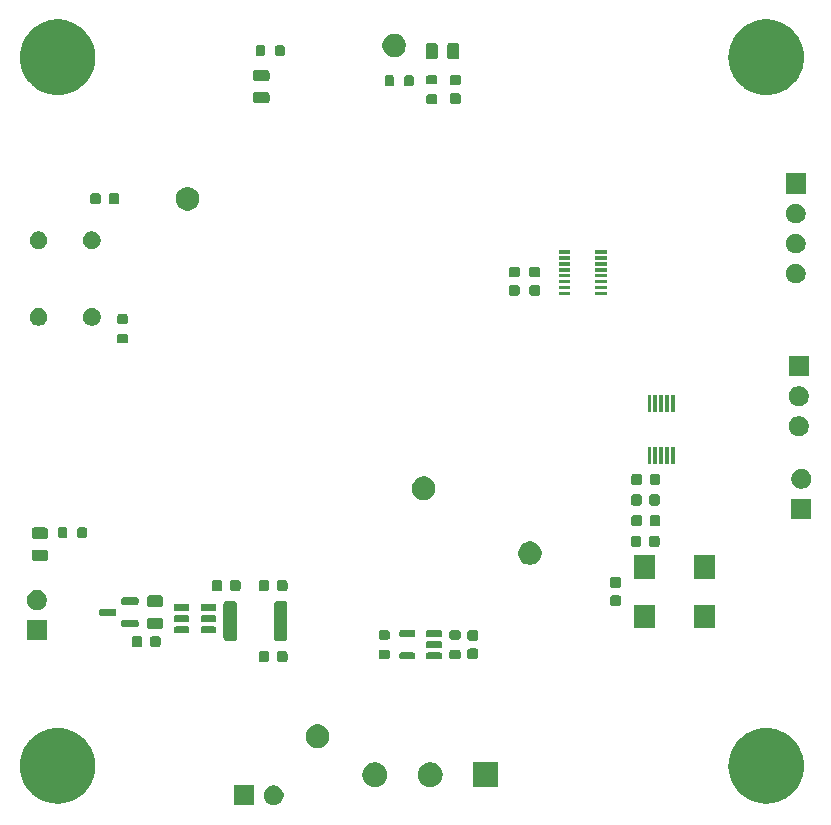
<source format=gbr>
%TF.GenerationSoftware,KiCad,Pcbnew,9.0.1*%
%TF.CreationDate,2025-04-02T11:20:44-04:00*%
%TF.ProjectId,Colossus_TI_rev_A,436f6c6f-7373-4757-935f-54495f726576,rev?*%
%TF.SameCoordinates,Original*%
%TF.FileFunction,Soldermask,Top*%
%TF.FilePolarity,Negative*%
%FSLAX46Y46*%
G04 Gerber Fmt 4.6, Leading zero omitted, Abs format (unit mm)*
G04 Created by KiCad (PCBNEW 9.0.1) date 2025-04-02 11:20:44*
%MOMM*%
%LPD*%
G01*
G04 APERTURE LIST*
G04 APERTURE END LIST*
G36*
X71600000Y-118350000D02*
G01*
X69900000Y-118350000D01*
X69900000Y-116650000D01*
X71600000Y-116650000D01*
X71600000Y-118350000D01*
G37*
G36*
X73536742Y-116686601D02*
G01*
X73690687Y-116750367D01*
X73829234Y-116842941D01*
X73947059Y-116960766D01*
X74039633Y-117099313D01*
X74103399Y-117253258D01*
X74135907Y-117416685D01*
X74135907Y-117583315D01*
X74103399Y-117746742D01*
X74039633Y-117900687D01*
X73947059Y-118039234D01*
X73829234Y-118157059D01*
X73690687Y-118249633D01*
X73536742Y-118313399D01*
X73373315Y-118345907D01*
X73206685Y-118345907D01*
X73043258Y-118313399D01*
X72889313Y-118249633D01*
X72750766Y-118157059D01*
X72632941Y-118039234D01*
X72540367Y-117900687D01*
X72476601Y-117746742D01*
X72444093Y-117583315D01*
X72444093Y-117416685D01*
X72476601Y-117253258D01*
X72540367Y-117099313D01*
X72632941Y-116960766D01*
X72750766Y-116842941D01*
X72889313Y-116750367D01*
X73043258Y-116686601D01*
X73206685Y-116654093D01*
X73373315Y-116654093D01*
X73536742Y-116686601D01*
G37*
G36*
X55168254Y-111805034D02*
G01*
X55179425Y-111805034D01*
X55257008Y-111813775D01*
X55469527Y-111834707D01*
X55504477Y-111841658D01*
X55536020Y-111845213D01*
X55628748Y-111866377D01*
X55777521Y-111895970D01*
X55835630Y-111913597D01*
X55885874Y-111925065D01*
X55966903Y-111953418D01*
X56078017Y-111987124D01*
X56158482Y-112020454D01*
X56224587Y-112043585D01*
X56287694Y-112073976D01*
X56368152Y-112107303D01*
X56470533Y-112162026D01*
X56547900Y-112199285D01*
X56591547Y-112226710D01*
X56645087Y-112255328D01*
X56771194Y-112339590D01*
X56851748Y-112390205D01*
X56876565Y-112409996D01*
X56906192Y-112429792D01*
X57071284Y-112565279D01*
X57132309Y-112613945D01*
X57140205Y-112621841D01*
X57148938Y-112629008D01*
X57370991Y-112851061D01*
X57378157Y-112859793D01*
X57386055Y-112867691D01*
X57434726Y-112928723D01*
X57570207Y-113093807D01*
X57590001Y-113123431D01*
X57609795Y-113148252D01*
X57660415Y-113228813D01*
X57744671Y-113354912D01*
X57773286Y-113408447D01*
X57800715Y-113452100D01*
X57837977Y-113529475D01*
X57892696Y-113631847D01*
X57926019Y-113712296D01*
X57956415Y-113775413D01*
X57979549Y-113841527D01*
X58012875Y-113921982D01*
X58046576Y-114033081D01*
X58074935Y-114114126D01*
X58086404Y-114164378D01*
X58104029Y-114222478D01*
X58133616Y-114371224D01*
X58154787Y-114463980D01*
X58158342Y-114495531D01*
X58165292Y-114530472D01*
X58186222Y-114742975D01*
X58194966Y-114820575D01*
X58194966Y-114831745D01*
X58196073Y-114842985D01*
X58196073Y-115157014D01*
X58194966Y-115168253D01*
X58194966Y-115179425D01*
X58186221Y-115257031D01*
X58165292Y-115469527D01*
X58158342Y-115504465D01*
X58154787Y-115536020D01*
X58133614Y-115628782D01*
X58104029Y-115777521D01*
X58086405Y-115835617D01*
X58074935Y-115885874D01*
X58046574Y-115966925D01*
X58012875Y-116078017D01*
X57979551Y-116158466D01*
X57956415Y-116224587D01*
X57926016Y-116287709D01*
X57892696Y-116368152D01*
X57837982Y-116470514D01*
X57800715Y-116547900D01*
X57773282Y-116591558D01*
X57744671Y-116645087D01*
X57660425Y-116771169D01*
X57609795Y-116851748D01*
X57589997Y-116876573D01*
X57570207Y-116906192D01*
X57434755Y-117071241D01*
X57386055Y-117132309D01*
X57378153Y-117140210D01*
X57370991Y-117148938D01*
X57148938Y-117370991D01*
X57140210Y-117378153D01*
X57132309Y-117386055D01*
X57071241Y-117434755D01*
X56906192Y-117570207D01*
X56876573Y-117589997D01*
X56851748Y-117609795D01*
X56771169Y-117660425D01*
X56645087Y-117744671D01*
X56591558Y-117773282D01*
X56547900Y-117800715D01*
X56470514Y-117837982D01*
X56368152Y-117892696D01*
X56287709Y-117926016D01*
X56224587Y-117956415D01*
X56158466Y-117979551D01*
X56078017Y-118012875D01*
X55966925Y-118046574D01*
X55885874Y-118074935D01*
X55835617Y-118086405D01*
X55777521Y-118104029D01*
X55628782Y-118133614D01*
X55536020Y-118154787D01*
X55504465Y-118158342D01*
X55469527Y-118165292D01*
X55257031Y-118186221D01*
X55179425Y-118194966D01*
X55168253Y-118194966D01*
X55157014Y-118196073D01*
X54842986Y-118196073D01*
X54831747Y-118194966D01*
X54820575Y-118194966D01*
X54742971Y-118186222D01*
X54530472Y-118165292D01*
X54495531Y-118158342D01*
X54463980Y-118154787D01*
X54371224Y-118133616D01*
X54222478Y-118104029D01*
X54164378Y-118086404D01*
X54114126Y-118074935D01*
X54033081Y-118046576D01*
X53921982Y-118012875D01*
X53841527Y-117979549D01*
X53775413Y-117956415D01*
X53712296Y-117926019D01*
X53631847Y-117892696D01*
X53529475Y-117837977D01*
X53452100Y-117800715D01*
X53408447Y-117773286D01*
X53354912Y-117744671D01*
X53228813Y-117660415D01*
X53148252Y-117609795D01*
X53123431Y-117590001D01*
X53093807Y-117570207D01*
X52928723Y-117434726D01*
X52867691Y-117386055D01*
X52859793Y-117378157D01*
X52851061Y-117370991D01*
X52629008Y-117148938D01*
X52621841Y-117140205D01*
X52613945Y-117132309D01*
X52565279Y-117071284D01*
X52429792Y-116906192D01*
X52409996Y-116876565D01*
X52390205Y-116851748D01*
X52339590Y-116771194D01*
X52255328Y-116645087D01*
X52226710Y-116591547D01*
X52199285Y-116547900D01*
X52162026Y-116470533D01*
X52107303Y-116368152D01*
X52073976Y-116287694D01*
X52043585Y-116224587D01*
X52020454Y-116158482D01*
X51987124Y-116078017D01*
X51953418Y-115966903D01*
X51925065Y-115885874D01*
X51913597Y-115835630D01*
X51895970Y-115777521D01*
X51866377Y-115628748D01*
X51845213Y-115536020D01*
X51841658Y-115504477D01*
X51834707Y-115469527D01*
X51813775Y-115257008D01*
X51805034Y-115179425D01*
X51805034Y-115168253D01*
X51803927Y-115157014D01*
X51803927Y-114842985D01*
X51805034Y-114831745D01*
X51805034Y-114820575D01*
X51813774Y-114742998D01*
X51834707Y-114530472D01*
X51841659Y-114495520D01*
X51845213Y-114463980D01*
X51866376Y-114371258D01*
X51895970Y-114222478D01*
X51913598Y-114164365D01*
X51925065Y-114114126D01*
X51953416Y-114033102D01*
X51987124Y-113921982D01*
X52020456Y-113841511D01*
X52043585Y-113775413D01*
X52073973Y-113712311D01*
X52107303Y-113631847D01*
X52162031Y-113529456D01*
X52199285Y-113452100D01*
X52226707Y-113408457D01*
X52255328Y-113354912D01*
X52339600Y-113228788D01*
X52390205Y-113148252D01*
X52409992Y-113123439D01*
X52429792Y-113093807D01*
X52565307Y-112928680D01*
X52613945Y-112867691D01*
X52621836Y-112859799D01*
X52629008Y-112851061D01*
X52851061Y-112629008D01*
X52859799Y-112621836D01*
X52867691Y-112613945D01*
X52928680Y-112565307D01*
X53093807Y-112429792D01*
X53123439Y-112409992D01*
X53148252Y-112390205D01*
X53228788Y-112339600D01*
X53354912Y-112255328D01*
X53408457Y-112226707D01*
X53452100Y-112199285D01*
X53529456Y-112162031D01*
X53631847Y-112107303D01*
X53712311Y-112073973D01*
X53775413Y-112043585D01*
X53841511Y-112020456D01*
X53921982Y-111987124D01*
X54033102Y-111953416D01*
X54114126Y-111925065D01*
X54164365Y-111913598D01*
X54222478Y-111895970D01*
X54371258Y-111866376D01*
X54463980Y-111845213D01*
X54495520Y-111841659D01*
X54530472Y-111834707D01*
X54742993Y-111813775D01*
X54820575Y-111805034D01*
X54831746Y-111805034D01*
X54842986Y-111803927D01*
X55157014Y-111803927D01*
X55168254Y-111805034D01*
G37*
G36*
X115168254Y-111805034D02*
G01*
X115179425Y-111805034D01*
X115257008Y-111813775D01*
X115469527Y-111834707D01*
X115504477Y-111841658D01*
X115536020Y-111845213D01*
X115628748Y-111866377D01*
X115777521Y-111895970D01*
X115835630Y-111913597D01*
X115885874Y-111925065D01*
X115966903Y-111953418D01*
X116078017Y-111987124D01*
X116158482Y-112020454D01*
X116224587Y-112043585D01*
X116287694Y-112073976D01*
X116368152Y-112107303D01*
X116470533Y-112162026D01*
X116547900Y-112199285D01*
X116591547Y-112226710D01*
X116645087Y-112255328D01*
X116771194Y-112339590D01*
X116851748Y-112390205D01*
X116876565Y-112409996D01*
X116906192Y-112429792D01*
X117071284Y-112565279D01*
X117132309Y-112613945D01*
X117140205Y-112621841D01*
X117148938Y-112629008D01*
X117370991Y-112851061D01*
X117378157Y-112859793D01*
X117386055Y-112867691D01*
X117434726Y-112928723D01*
X117570207Y-113093807D01*
X117590001Y-113123431D01*
X117609795Y-113148252D01*
X117660415Y-113228813D01*
X117744671Y-113354912D01*
X117773286Y-113408447D01*
X117800715Y-113452100D01*
X117837977Y-113529475D01*
X117892696Y-113631847D01*
X117926019Y-113712296D01*
X117956415Y-113775413D01*
X117979549Y-113841527D01*
X118012875Y-113921982D01*
X118046576Y-114033081D01*
X118074935Y-114114126D01*
X118086404Y-114164378D01*
X118104029Y-114222478D01*
X118133616Y-114371224D01*
X118154787Y-114463980D01*
X118158342Y-114495531D01*
X118165292Y-114530472D01*
X118186222Y-114742975D01*
X118194966Y-114820575D01*
X118194966Y-114831745D01*
X118196073Y-114842985D01*
X118196073Y-115157014D01*
X118194966Y-115168253D01*
X118194966Y-115179425D01*
X118186221Y-115257031D01*
X118165292Y-115469527D01*
X118158342Y-115504465D01*
X118154787Y-115536020D01*
X118133614Y-115628782D01*
X118104029Y-115777521D01*
X118086405Y-115835617D01*
X118074935Y-115885874D01*
X118046574Y-115966925D01*
X118012875Y-116078017D01*
X117979551Y-116158466D01*
X117956415Y-116224587D01*
X117926016Y-116287709D01*
X117892696Y-116368152D01*
X117837982Y-116470514D01*
X117800715Y-116547900D01*
X117773282Y-116591558D01*
X117744671Y-116645087D01*
X117660425Y-116771169D01*
X117609795Y-116851748D01*
X117589997Y-116876573D01*
X117570207Y-116906192D01*
X117434755Y-117071241D01*
X117386055Y-117132309D01*
X117378153Y-117140210D01*
X117370991Y-117148938D01*
X117148938Y-117370991D01*
X117140210Y-117378153D01*
X117132309Y-117386055D01*
X117071241Y-117434755D01*
X116906192Y-117570207D01*
X116876573Y-117589997D01*
X116851748Y-117609795D01*
X116771169Y-117660425D01*
X116645087Y-117744671D01*
X116591558Y-117773282D01*
X116547900Y-117800715D01*
X116470514Y-117837982D01*
X116368152Y-117892696D01*
X116287709Y-117926016D01*
X116224587Y-117956415D01*
X116158466Y-117979551D01*
X116078017Y-118012875D01*
X115966925Y-118046574D01*
X115885874Y-118074935D01*
X115835617Y-118086405D01*
X115777521Y-118104029D01*
X115628782Y-118133614D01*
X115536020Y-118154787D01*
X115504465Y-118158342D01*
X115469527Y-118165292D01*
X115257031Y-118186221D01*
X115179425Y-118194966D01*
X115168253Y-118194966D01*
X115157014Y-118196073D01*
X114842986Y-118196073D01*
X114831747Y-118194966D01*
X114820575Y-118194966D01*
X114742971Y-118186222D01*
X114530472Y-118165292D01*
X114495531Y-118158342D01*
X114463980Y-118154787D01*
X114371224Y-118133616D01*
X114222478Y-118104029D01*
X114164378Y-118086404D01*
X114114126Y-118074935D01*
X114033081Y-118046576D01*
X113921982Y-118012875D01*
X113841527Y-117979549D01*
X113775413Y-117956415D01*
X113712296Y-117926019D01*
X113631847Y-117892696D01*
X113529475Y-117837977D01*
X113452100Y-117800715D01*
X113408447Y-117773286D01*
X113354912Y-117744671D01*
X113228813Y-117660415D01*
X113148252Y-117609795D01*
X113123431Y-117590001D01*
X113093807Y-117570207D01*
X112928723Y-117434726D01*
X112867691Y-117386055D01*
X112859793Y-117378157D01*
X112851061Y-117370991D01*
X112629008Y-117148938D01*
X112621841Y-117140205D01*
X112613945Y-117132309D01*
X112565279Y-117071284D01*
X112429792Y-116906192D01*
X112409996Y-116876565D01*
X112390205Y-116851748D01*
X112339590Y-116771194D01*
X112255328Y-116645087D01*
X112226710Y-116591547D01*
X112199285Y-116547900D01*
X112162026Y-116470533D01*
X112107303Y-116368152D01*
X112073976Y-116287694D01*
X112043585Y-116224587D01*
X112020454Y-116158482D01*
X111987124Y-116078017D01*
X111953418Y-115966903D01*
X111925065Y-115885874D01*
X111913597Y-115835630D01*
X111895970Y-115777521D01*
X111866377Y-115628748D01*
X111845213Y-115536020D01*
X111841658Y-115504477D01*
X111834707Y-115469527D01*
X111813775Y-115257008D01*
X111805034Y-115179425D01*
X111805034Y-115168253D01*
X111803927Y-115157014D01*
X111803927Y-114842985D01*
X111805034Y-114831745D01*
X111805034Y-114820575D01*
X111813774Y-114742998D01*
X111834707Y-114530472D01*
X111841659Y-114495520D01*
X111845213Y-114463980D01*
X111866376Y-114371258D01*
X111895970Y-114222478D01*
X111913598Y-114164365D01*
X111925065Y-114114126D01*
X111953416Y-114033102D01*
X111987124Y-113921982D01*
X112020456Y-113841511D01*
X112043585Y-113775413D01*
X112073973Y-113712311D01*
X112107303Y-113631847D01*
X112162031Y-113529456D01*
X112199285Y-113452100D01*
X112226707Y-113408457D01*
X112255328Y-113354912D01*
X112339600Y-113228788D01*
X112390205Y-113148252D01*
X112409992Y-113123439D01*
X112429792Y-113093807D01*
X112565307Y-112928680D01*
X112613945Y-112867691D01*
X112621836Y-112859799D01*
X112629008Y-112851061D01*
X112851061Y-112629008D01*
X112859799Y-112621836D01*
X112867691Y-112613945D01*
X112928680Y-112565307D01*
X113093807Y-112429792D01*
X113123439Y-112409992D01*
X113148252Y-112390205D01*
X113228788Y-112339600D01*
X113354912Y-112255328D01*
X113408457Y-112226707D01*
X113452100Y-112199285D01*
X113529456Y-112162031D01*
X113631847Y-112107303D01*
X113712311Y-112073973D01*
X113775413Y-112043585D01*
X113841511Y-112020456D01*
X113921982Y-111987124D01*
X114033102Y-111953416D01*
X114114126Y-111925065D01*
X114164365Y-111913598D01*
X114222478Y-111895970D01*
X114371258Y-111866376D01*
X114463980Y-111845213D01*
X114495520Y-111841659D01*
X114530472Y-111834707D01*
X114742993Y-111813775D01*
X114820575Y-111805034D01*
X114831746Y-111805034D01*
X114842986Y-111803927D01*
X115157014Y-111803927D01*
X115168254Y-111805034D01*
G37*
G36*
X92304100Y-116804100D02*
G01*
X90195900Y-116804100D01*
X90195900Y-114695900D01*
X92304100Y-114695900D01*
X92304100Y-116804100D01*
G37*
G36*
X81945058Y-114700976D02*
G01*
X81955320Y-114700976D01*
X81995429Y-114708954D01*
X82098031Y-114725205D01*
X82131026Y-114735925D01*
X82157989Y-114741289D01*
X82196036Y-114757048D01*
X82255310Y-114776308D01*
X82310846Y-114804605D01*
X82348899Y-114820367D01*
X82371756Y-114835640D01*
X82402670Y-114851391D01*
X82486705Y-114912446D01*
X82520714Y-114935170D01*
X82527972Y-114942428D01*
X82536460Y-114948595D01*
X82653404Y-115065539D01*
X82659570Y-115074026D01*
X82666830Y-115081286D01*
X82689557Y-115115299D01*
X82750608Y-115199329D01*
X82766357Y-115230240D01*
X82781633Y-115253101D01*
X82797396Y-115291158D01*
X82825691Y-115346689D01*
X82844947Y-115405955D01*
X82860711Y-115444011D01*
X82866075Y-115470978D01*
X82876794Y-115503968D01*
X82893044Y-115606562D01*
X82901024Y-115646680D01*
X82901024Y-115656942D01*
X82902666Y-115667309D01*
X82902666Y-115832690D01*
X82901024Y-115843056D01*
X82901024Y-115853320D01*
X82893043Y-115893441D01*
X82876794Y-115996031D01*
X82866075Y-116029018D01*
X82860711Y-116055989D01*
X82844946Y-116094047D01*
X82825691Y-116153310D01*
X82797399Y-116208836D01*
X82781633Y-116246899D01*
X82766355Y-116269763D01*
X82750608Y-116300670D01*
X82689565Y-116384688D01*
X82666830Y-116418714D01*
X82659567Y-116425976D01*
X82653404Y-116434460D01*
X82536460Y-116551404D01*
X82527976Y-116557567D01*
X82520714Y-116564830D01*
X82486688Y-116587565D01*
X82402670Y-116648608D01*
X82371763Y-116664355D01*
X82348899Y-116679633D01*
X82310836Y-116695399D01*
X82255310Y-116723691D01*
X82196047Y-116742946D01*
X82157989Y-116758711D01*
X82131018Y-116764075D01*
X82098031Y-116774794D01*
X81995438Y-116791043D01*
X81955320Y-116799024D01*
X81945058Y-116799024D01*
X81934691Y-116800666D01*
X81769309Y-116800666D01*
X81758942Y-116799024D01*
X81748680Y-116799024D01*
X81708562Y-116791044D01*
X81605968Y-116774794D01*
X81572978Y-116764075D01*
X81546011Y-116758711D01*
X81507955Y-116742947D01*
X81448689Y-116723691D01*
X81393158Y-116695396D01*
X81355101Y-116679633D01*
X81332240Y-116664357D01*
X81301329Y-116648608D01*
X81217299Y-116587557D01*
X81183286Y-116564830D01*
X81176026Y-116557570D01*
X81167539Y-116551404D01*
X81050595Y-116434460D01*
X81044428Y-116425972D01*
X81037170Y-116418714D01*
X81014446Y-116384705D01*
X80953391Y-116300670D01*
X80937640Y-116269756D01*
X80922367Y-116246899D01*
X80906605Y-116208846D01*
X80878308Y-116153310D01*
X80859048Y-116094036D01*
X80843289Y-116055989D01*
X80837925Y-116029026D01*
X80827205Y-115996031D01*
X80810954Y-115893432D01*
X80802976Y-115853320D01*
X80802976Y-115843057D01*
X80801334Y-115832690D01*
X80801334Y-115667309D01*
X80802976Y-115656941D01*
X80802976Y-115646680D01*
X80810953Y-115606571D01*
X80827205Y-115503968D01*
X80837926Y-115470970D01*
X80843289Y-115444011D01*
X80859047Y-115405967D01*
X80878308Y-115346689D01*
X80906607Y-115291147D01*
X80922367Y-115253101D01*
X80937637Y-115230246D01*
X80953391Y-115199329D01*
X81014454Y-115115282D01*
X81037170Y-115081286D01*
X81044425Y-115074030D01*
X81050595Y-115065539D01*
X81167539Y-114948595D01*
X81176030Y-114942425D01*
X81183286Y-114935170D01*
X81217282Y-114912454D01*
X81301329Y-114851391D01*
X81332246Y-114835637D01*
X81355101Y-114820367D01*
X81393147Y-114804607D01*
X81448689Y-114776308D01*
X81507967Y-114757047D01*
X81546011Y-114741289D01*
X81572970Y-114735926D01*
X81605968Y-114725205D01*
X81708571Y-114708953D01*
X81748680Y-114700976D01*
X81758942Y-114700976D01*
X81769309Y-114699334D01*
X81934691Y-114699334D01*
X81945058Y-114700976D01*
G37*
G36*
X86644058Y-114700976D02*
G01*
X86654320Y-114700976D01*
X86694429Y-114708954D01*
X86797031Y-114725205D01*
X86830026Y-114735925D01*
X86856989Y-114741289D01*
X86895036Y-114757048D01*
X86954310Y-114776308D01*
X87009846Y-114804605D01*
X87047899Y-114820367D01*
X87070756Y-114835640D01*
X87101670Y-114851391D01*
X87185705Y-114912446D01*
X87219714Y-114935170D01*
X87226972Y-114942428D01*
X87235460Y-114948595D01*
X87352404Y-115065539D01*
X87358570Y-115074026D01*
X87365830Y-115081286D01*
X87388557Y-115115299D01*
X87449608Y-115199329D01*
X87465357Y-115230240D01*
X87480633Y-115253101D01*
X87496396Y-115291158D01*
X87524691Y-115346689D01*
X87543947Y-115405955D01*
X87559711Y-115444011D01*
X87565075Y-115470978D01*
X87575794Y-115503968D01*
X87592044Y-115606562D01*
X87600024Y-115646680D01*
X87600024Y-115656942D01*
X87601666Y-115667309D01*
X87601666Y-115832690D01*
X87600024Y-115843056D01*
X87600024Y-115853320D01*
X87592043Y-115893441D01*
X87575794Y-115996031D01*
X87565075Y-116029018D01*
X87559711Y-116055989D01*
X87543946Y-116094047D01*
X87524691Y-116153310D01*
X87496399Y-116208836D01*
X87480633Y-116246899D01*
X87465355Y-116269763D01*
X87449608Y-116300670D01*
X87388565Y-116384688D01*
X87365830Y-116418714D01*
X87358567Y-116425976D01*
X87352404Y-116434460D01*
X87235460Y-116551404D01*
X87226976Y-116557567D01*
X87219714Y-116564830D01*
X87185688Y-116587565D01*
X87101670Y-116648608D01*
X87070763Y-116664355D01*
X87047899Y-116679633D01*
X87009836Y-116695399D01*
X86954310Y-116723691D01*
X86895047Y-116742946D01*
X86856989Y-116758711D01*
X86830018Y-116764075D01*
X86797031Y-116774794D01*
X86694438Y-116791043D01*
X86654320Y-116799024D01*
X86644058Y-116799024D01*
X86633691Y-116800666D01*
X86468309Y-116800666D01*
X86457942Y-116799024D01*
X86447680Y-116799024D01*
X86407562Y-116791044D01*
X86304968Y-116774794D01*
X86271978Y-116764075D01*
X86245011Y-116758711D01*
X86206955Y-116742947D01*
X86147689Y-116723691D01*
X86092158Y-116695396D01*
X86054101Y-116679633D01*
X86031240Y-116664357D01*
X86000329Y-116648608D01*
X85916299Y-116587557D01*
X85882286Y-116564830D01*
X85875026Y-116557570D01*
X85866539Y-116551404D01*
X85749595Y-116434460D01*
X85743428Y-116425972D01*
X85736170Y-116418714D01*
X85713446Y-116384705D01*
X85652391Y-116300670D01*
X85636640Y-116269756D01*
X85621367Y-116246899D01*
X85605605Y-116208846D01*
X85577308Y-116153310D01*
X85558048Y-116094036D01*
X85542289Y-116055989D01*
X85536925Y-116029026D01*
X85526205Y-115996031D01*
X85509954Y-115893432D01*
X85501976Y-115853320D01*
X85501976Y-115843057D01*
X85500334Y-115832690D01*
X85500334Y-115667309D01*
X85501976Y-115656941D01*
X85501976Y-115646680D01*
X85509953Y-115606571D01*
X85526205Y-115503968D01*
X85536926Y-115470970D01*
X85542289Y-115444011D01*
X85558047Y-115405967D01*
X85577308Y-115346689D01*
X85605607Y-115291147D01*
X85621367Y-115253101D01*
X85636637Y-115230246D01*
X85652391Y-115199329D01*
X85713454Y-115115282D01*
X85736170Y-115081286D01*
X85743425Y-115074030D01*
X85749595Y-115065539D01*
X85866539Y-114948595D01*
X85875030Y-114942425D01*
X85882286Y-114935170D01*
X85916282Y-114912454D01*
X86000329Y-114851391D01*
X86031246Y-114835637D01*
X86054101Y-114820367D01*
X86092147Y-114804607D01*
X86147689Y-114776308D01*
X86206967Y-114757047D01*
X86245011Y-114741289D01*
X86271970Y-114735926D01*
X86304968Y-114725205D01*
X86407571Y-114708953D01*
X86447680Y-114700976D01*
X86457942Y-114700976D01*
X86468309Y-114699334D01*
X86633691Y-114699334D01*
X86644058Y-114700976D01*
G37*
G36*
X77290285Y-111543060D02*
G01*
X77471397Y-111618079D01*
X77634393Y-111726990D01*
X77773010Y-111865607D01*
X77881921Y-112028603D01*
X77956940Y-112209715D01*
X77995185Y-112401983D01*
X77995185Y-112598017D01*
X77956940Y-112790285D01*
X77881921Y-112971397D01*
X77773010Y-113134393D01*
X77634393Y-113273010D01*
X77471397Y-113381921D01*
X77290285Y-113456940D01*
X77098017Y-113495185D01*
X76901983Y-113495185D01*
X76709715Y-113456940D01*
X76528603Y-113381921D01*
X76365607Y-113273010D01*
X76226990Y-113134393D01*
X76118079Y-112971397D01*
X76043060Y-112790285D01*
X76004815Y-112598017D01*
X76004815Y-112401983D01*
X76043060Y-112209715D01*
X76118079Y-112028603D01*
X76226990Y-111865607D01*
X76365607Y-111726990D01*
X76528603Y-111618079D01*
X76709715Y-111543060D01*
X76901983Y-111504815D01*
X77098017Y-111504815D01*
X77290285Y-111543060D01*
G37*
G36*
X72704850Y-105275962D02*
G01*
X72749317Y-105281121D01*
X72764510Y-105287829D01*
X72786104Y-105292125D01*
X72809222Y-105307572D01*
X72826567Y-105315231D01*
X72838412Y-105327076D01*
X72859099Y-105340899D01*
X72872921Y-105361585D01*
X72884766Y-105373430D01*
X72892423Y-105390772D01*
X72907873Y-105413894D01*
X72912168Y-105435489D01*
X72918876Y-105450680D01*
X72924033Y-105495137D01*
X72925000Y-105499998D01*
X72925000Y-105999998D01*
X72924032Y-106004860D01*
X72918876Y-106049315D01*
X72912168Y-106064504D01*
X72907873Y-106086102D01*
X72892422Y-106109225D01*
X72884766Y-106126565D01*
X72872923Y-106138407D01*
X72859099Y-106159097D01*
X72838409Y-106172921D01*
X72826567Y-106184764D01*
X72809227Y-106192420D01*
X72786104Y-106207871D01*
X72764506Y-106212166D01*
X72749317Y-106218874D01*
X72704861Y-106224030D01*
X72700000Y-106224998D01*
X72250000Y-106224998D01*
X72245138Y-106224031D01*
X72200682Y-106218874D01*
X72185491Y-106212166D01*
X72163896Y-106207871D01*
X72140774Y-106192421D01*
X72123432Y-106184764D01*
X72111587Y-106172919D01*
X72090901Y-106159097D01*
X72077078Y-106138410D01*
X72065233Y-106126565D01*
X72057574Y-106109220D01*
X72042127Y-106086102D01*
X72037831Y-106064508D01*
X72031123Y-106049315D01*
X72025964Y-106004847D01*
X72025000Y-105999998D01*
X72025000Y-105499998D01*
X72025964Y-105495148D01*
X72031123Y-105450680D01*
X72037832Y-105435485D01*
X72042127Y-105413894D01*
X72057573Y-105390777D01*
X72065233Y-105373430D01*
X72077080Y-105361582D01*
X72090901Y-105340899D01*
X72111584Y-105327078D01*
X72123432Y-105315231D01*
X72140779Y-105307571D01*
X72163896Y-105292125D01*
X72185487Y-105287830D01*
X72200682Y-105281121D01*
X72245151Y-105275962D01*
X72250000Y-105274998D01*
X72700000Y-105274998D01*
X72704850Y-105275962D01*
G37*
G36*
X74254850Y-105275962D02*
G01*
X74299317Y-105281121D01*
X74314510Y-105287829D01*
X74336104Y-105292125D01*
X74359222Y-105307572D01*
X74376567Y-105315231D01*
X74388412Y-105327076D01*
X74409099Y-105340899D01*
X74422921Y-105361585D01*
X74434766Y-105373430D01*
X74442423Y-105390772D01*
X74457873Y-105413894D01*
X74462168Y-105435489D01*
X74468876Y-105450680D01*
X74474033Y-105495137D01*
X74475000Y-105499998D01*
X74475000Y-105999998D01*
X74474032Y-106004860D01*
X74468876Y-106049315D01*
X74462168Y-106064504D01*
X74457873Y-106086102D01*
X74442422Y-106109225D01*
X74434766Y-106126565D01*
X74422923Y-106138407D01*
X74409099Y-106159097D01*
X74388409Y-106172921D01*
X74376567Y-106184764D01*
X74359227Y-106192420D01*
X74336104Y-106207871D01*
X74314506Y-106212166D01*
X74299317Y-106218874D01*
X74254861Y-106224030D01*
X74250000Y-106224998D01*
X73800000Y-106224998D01*
X73795138Y-106224031D01*
X73750682Y-106218874D01*
X73735491Y-106212166D01*
X73713896Y-106207871D01*
X73690774Y-106192421D01*
X73673432Y-106184764D01*
X73661587Y-106172919D01*
X73640901Y-106159097D01*
X73627078Y-106138410D01*
X73615233Y-106126565D01*
X73607574Y-106109220D01*
X73592127Y-106086102D01*
X73587831Y-106064508D01*
X73581123Y-106049315D01*
X73575964Y-106004847D01*
X73575000Y-105999998D01*
X73575000Y-105499998D01*
X73575964Y-105495148D01*
X73581123Y-105450680D01*
X73587832Y-105435485D01*
X73592127Y-105413894D01*
X73607573Y-105390777D01*
X73615233Y-105373430D01*
X73627080Y-105361582D01*
X73640901Y-105340899D01*
X73661584Y-105327078D01*
X73673432Y-105315231D01*
X73690779Y-105307571D01*
X73713896Y-105292125D01*
X73735487Y-105287830D01*
X73750682Y-105281121D01*
X73795151Y-105275962D01*
X73800000Y-105274998D01*
X74250000Y-105274998D01*
X74254850Y-105275962D01*
G37*
G36*
X85182403Y-105411418D02*
G01*
X85231066Y-105443934D01*
X85263582Y-105492597D01*
X85275000Y-105550000D01*
X85275000Y-105850000D01*
X85263582Y-105907403D01*
X85231066Y-105956066D01*
X85182403Y-105988582D01*
X85125000Y-106000000D01*
X84100000Y-106000000D01*
X84042597Y-105988582D01*
X83993934Y-105956066D01*
X83961418Y-105907403D01*
X83950000Y-105850000D01*
X83950000Y-105550000D01*
X83961418Y-105492597D01*
X83993934Y-105443934D01*
X84042597Y-105411418D01*
X84100000Y-105400000D01*
X85125000Y-105400000D01*
X85182403Y-105411418D01*
G37*
G36*
X87457403Y-105411418D02*
G01*
X87506066Y-105443934D01*
X87538582Y-105492597D01*
X87550000Y-105550000D01*
X87550000Y-105850000D01*
X87538582Y-105907403D01*
X87506066Y-105956066D01*
X87457403Y-105988582D01*
X87400000Y-106000000D01*
X86375000Y-106000000D01*
X86317597Y-105988582D01*
X86268934Y-105956066D01*
X86236418Y-105907403D01*
X86225000Y-105850000D01*
X86225000Y-105550000D01*
X86236418Y-105492597D01*
X86268934Y-105443934D01*
X86317597Y-105411418D01*
X86375000Y-105400000D01*
X87400000Y-105400000D01*
X87457403Y-105411418D01*
G37*
G36*
X83006537Y-105180224D02*
G01*
X83071421Y-105223579D01*
X83114776Y-105288463D01*
X83130000Y-105365000D01*
X83130000Y-105765000D01*
X83114776Y-105841537D01*
X83071421Y-105906421D01*
X83006537Y-105949776D01*
X82930000Y-105965000D01*
X82380000Y-105965000D01*
X82303463Y-105949776D01*
X82238579Y-105906421D01*
X82195224Y-105841537D01*
X82180000Y-105765000D01*
X82180000Y-105365000D01*
X82195224Y-105288463D01*
X82238579Y-105223579D01*
X82303463Y-105180224D01*
X82380000Y-105165000D01*
X82930000Y-105165000D01*
X83006537Y-105180224D01*
G37*
G36*
X89006537Y-105180224D02*
G01*
X89071421Y-105223579D01*
X89114776Y-105288463D01*
X89130000Y-105365000D01*
X89130000Y-105765000D01*
X89114776Y-105841537D01*
X89071421Y-105906421D01*
X89006537Y-105949776D01*
X88930000Y-105965000D01*
X88380000Y-105965000D01*
X88303463Y-105949776D01*
X88238579Y-105906421D01*
X88195224Y-105841537D01*
X88180000Y-105765000D01*
X88180000Y-105365000D01*
X88195224Y-105288463D01*
X88238579Y-105223579D01*
X88303463Y-105180224D01*
X88380000Y-105165000D01*
X88930000Y-105165000D01*
X89006537Y-105180224D01*
G37*
G36*
X90409850Y-105065964D02*
G01*
X90454317Y-105071123D01*
X90469510Y-105077831D01*
X90491104Y-105082127D01*
X90514222Y-105097574D01*
X90531567Y-105105233D01*
X90543412Y-105117078D01*
X90564099Y-105130901D01*
X90577921Y-105151587D01*
X90589766Y-105163432D01*
X90597423Y-105180774D01*
X90612873Y-105203896D01*
X90617168Y-105225491D01*
X90623876Y-105240682D01*
X90629033Y-105285139D01*
X90630000Y-105290000D01*
X90630000Y-105740000D01*
X90629032Y-105744862D01*
X90623876Y-105789317D01*
X90617168Y-105804506D01*
X90612873Y-105826104D01*
X90597422Y-105849227D01*
X90589766Y-105866567D01*
X90577923Y-105878409D01*
X90564099Y-105899099D01*
X90543409Y-105912923D01*
X90531567Y-105924766D01*
X90514227Y-105932422D01*
X90491104Y-105947873D01*
X90469506Y-105952168D01*
X90454317Y-105958876D01*
X90409861Y-105964032D01*
X90405000Y-105965000D01*
X89905000Y-105965000D01*
X89900138Y-105964033D01*
X89855682Y-105958876D01*
X89840491Y-105952168D01*
X89818896Y-105947873D01*
X89795774Y-105932423D01*
X89778432Y-105924766D01*
X89766587Y-105912921D01*
X89745901Y-105899099D01*
X89732078Y-105878412D01*
X89720233Y-105866567D01*
X89712574Y-105849222D01*
X89697127Y-105826104D01*
X89692831Y-105804510D01*
X89686123Y-105789317D01*
X89680964Y-105744849D01*
X89680000Y-105740000D01*
X89680000Y-105290000D01*
X89680964Y-105285150D01*
X89686123Y-105240682D01*
X89692832Y-105225487D01*
X89697127Y-105203896D01*
X89712573Y-105180779D01*
X89720233Y-105163432D01*
X89732080Y-105151584D01*
X89745901Y-105130901D01*
X89766584Y-105117080D01*
X89778432Y-105105233D01*
X89795779Y-105097573D01*
X89818896Y-105082127D01*
X89840487Y-105077832D01*
X89855682Y-105071123D01*
X89900151Y-105065964D01*
X89905000Y-105065000D01*
X90405000Y-105065000D01*
X90409850Y-105065964D01*
G37*
G36*
X87457403Y-104461418D02*
G01*
X87506066Y-104493934D01*
X87538582Y-104542597D01*
X87550000Y-104600000D01*
X87550000Y-104900000D01*
X87538582Y-104957403D01*
X87506066Y-105006066D01*
X87457403Y-105038582D01*
X87400000Y-105050000D01*
X86375000Y-105050000D01*
X86317597Y-105038582D01*
X86268934Y-105006066D01*
X86236418Y-104957403D01*
X86225000Y-104900000D01*
X86225000Y-104600000D01*
X86236418Y-104542597D01*
X86268934Y-104493934D01*
X86317597Y-104461418D01*
X86375000Y-104450000D01*
X87400000Y-104450000D01*
X87457403Y-104461418D01*
G37*
G36*
X61954850Y-104025964D02*
G01*
X61999317Y-104031123D01*
X62014510Y-104037831D01*
X62036104Y-104042127D01*
X62059222Y-104057574D01*
X62076567Y-104065233D01*
X62088412Y-104077078D01*
X62109099Y-104090901D01*
X62122921Y-104111587D01*
X62134766Y-104123432D01*
X62142423Y-104140774D01*
X62157873Y-104163896D01*
X62162168Y-104185491D01*
X62168876Y-104200682D01*
X62174033Y-104245139D01*
X62175000Y-104250000D01*
X62175000Y-104750000D01*
X62174032Y-104754862D01*
X62168876Y-104799317D01*
X62162168Y-104814506D01*
X62157873Y-104836104D01*
X62142422Y-104859227D01*
X62134766Y-104876567D01*
X62122923Y-104888409D01*
X62109099Y-104909099D01*
X62088409Y-104922923D01*
X62076567Y-104934766D01*
X62059227Y-104942422D01*
X62036104Y-104957873D01*
X62014506Y-104962168D01*
X61999317Y-104968876D01*
X61954861Y-104974032D01*
X61950000Y-104975000D01*
X61500000Y-104975000D01*
X61495138Y-104974033D01*
X61450682Y-104968876D01*
X61435491Y-104962168D01*
X61413896Y-104957873D01*
X61390774Y-104942423D01*
X61373432Y-104934766D01*
X61361587Y-104922921D01*
X61340901Y-104909099D01*
X61327078Y-104888412D01*
X61315233Y-104876567D01*
X61307574Y-104859222D01*
X61292127Y-104836104D01*
X61287831Y-104814510D01*
X61281123Y-104799317D01*
X61275964Y-104754849D01*
X61275000Y-104750000D01*
X61275000Y-104250000D01*
X61275964Y-104245150D01*
X61281123Y-104200682D01*
X61287832Y-104185487D01*
X61292127Y-104163896D01*
X61307573Y-104140779D01*
X61315233Y-104123432D01*
X61327080Y-104111584D01*
X61340901Y-104090901D01*
X61361584Y-104077080D01*
X61373432Y-104065233D01*
X61390779Y-104057573D01*
X61413896Y-104042127D01*
X61435487Y-104037832D01*
X61450682Y-104031123D01*
X61495151Y-104025964D01*
X61500000Y-104025000D01*
X61950000Y-104025000D01*
X61954850Y-104025964D01*
G37*
G36*
X63504850Y-104025964D02*
G01*
X63549317Y-104031123D01*
X63564510Y-104037831D01*
X63586104Y-104042127D01*
X63609222Y-104057574D01*
X63626567Y-104065233D01*
X63638412Y-104077078D01*
X63659099Y-104090901D01*
X63672921Y-104111587D01*
X63684766Y-104123432D01*
X63692423Y-104140774D01*
X63707873Y-104163896D01*
X63712168Y-104185491D01*
X63718876Y-104200682D01*
X63724033Y-104245139D01*
X63725000Y-104250000D01*
X63725000Y-104750000D01*
X63724032Y-104754862D01*
X63718876Y-104799317D01*
X63712168Y-104814506D01*
X63707873Y-104836104D01*
X63692422Y-104859227D01*
X63684766Y-104876567D01*
X63672923Y-104888409D01*
X63659099Y-104909099D01*
X63638409Y-104922923D01*
X63626567Y-104934766D01*
X63609227Y-104942422D01*
X63586104Y-104957873D01*
X63564506Y-104962168D01*
X63549317Y-104968876D01*
X63504861Y-104974032D01*
X63500000Y-104975000D01*
X63050000Y-104975000D01*
X63045138Y-104974033D01*
X63000682Y-104968876D01*
X62985491Y-104962168D01*
X62963896Y-104957873D01*
X62940774Y-104942423D01*
X62923432Y-104934766D01*
X62911587Y-104922921D01*
X62890901Y-104909099D01*
X62877078Y-104888412D01*
X62865233Y-104876567D01*
X62857574Y-104859222D01*
X62842127Y-104836104D01*
X62837831Y-104814510D01*
X62831123Y-104799317D01*
X62825964Y-104754849D01*
X62825000Y-104750000D01*
X62825000Y-104250000D01*
X62825964Y-104245150D01*
X62831123Y-104200682D01*
X62837832Y-104185487D01*
X62842127Y-104163896D01*
X62857573Y-104140779D01*
X62865233Y-104123432D01*
X62877080Y-104111584D01*
X62890901Y-104090901D01*
X62911584Y-104077080D01*
X62923432Y-104065233D01*
X62940779Y-104057573D01*
X62963896Y-104042127D01*
X62985487Y-104037832D01*
X63000682Y-104031123D01*
X63045151Y-104025964D01*
X63050000Y-104025000D01*
X63500000Y-104025000D01*
X63504850Y-104025964D01*
G37*
G36*
X69929850Y-101050962D02*
G01*
X69980040Y-101056785D01*
X69997189Y-101064357D01*
X70020671Y-101069028D01*
X70045810Y-101085825D01*
X70065696Y-101094606D01*
X70079277Y-101108187D01*
X70101777Y-101123221D01*
X70116810Y-101145720D01*
X70130391Y-101159301D01*
X70139170Y-101179184D01*
X70155970Y-101204327D01*
X70160641Y-101227810D01*
X70168212Y-101244957D01*
X70174033Y-101295137D01*
X70175000Y-101299998D01*
X70175000Y-104199998D01*
X70174032Y-104204861D01*
X70168212Y-104255038D01*
X70160641Y-104272183D01*
X70155970Y-104295669D01*
X70139169Y-104320813D01*
X70130391Y-104340694D01*
X70116812Y-104354272D01*
X70101777Y-104376775D01*
X70079274Y-104391810D01*
X70065696Y-104405389D01*
X70045815Y-104414167D01*
X70020671Y-104430968D01*
X69997185Y-104435639D01*
X69980040Y-104443210D01*
X69929861Y-104449030D01*
X69925000Y-104449998D01*
X69300000Y-104449998D01*
X69295138Y-104449030D01*
X69244959Y-104443210D01*
X69227812Y-104435639D01*
X69204329Y-104430968D01*
X69179186Y-104414168D01*
X69159303Y-104405389D01*
X69145722Y-104391808D01*
X69123223Y-104376775D01*
X69108189Y-104354275D01*
X69094608Y-104340694D01*
X69085827Y-104320808D01*
X69069030Y-104295669D01*
X69064359Y-104272187D01*
X69056787Y-104255038D01*
X69050964Y-104204847D01*
X69050000Y-104199998D01*
X69050000Y-101299998D01*
X69050964Y-101295148D01*
X69056787Y-101244957D01*
X69064359Y-101227806D01*
X69069030Y-101204327D01*
X69085826Y-101179189D01*
X69094608Y-101159301D01*
X69108191Y-101145717D01*
X69123223Y-101123221D01*
X69145719Y-101108189D01*
X69159303Y-101094606D01*
X69179191Y-101085824D01*
X69204329Y-101069028D01*
X69227808Y-101064357D01*
X69244959Y-101056785D01*
X69295151Y-101050962D01*
X69300000Y-101049998D01*
X69925000Y-101049998D01*
X69929850Y-101050962D01*
G37*
G36*
X74204850Y-101050962D02*
G01*
X74255040Y-101056785D01*
X74272189Y-101064357D01*
X74295671Y-101069028D01*
X74320810Y-101085825D01*
X74340696Y-101094606D01*
X74354277Y-101108187D01*
X74376777Y-101123221D01*
X74391810Y-101145720D01*
X74405391Y-101159301D01*
X74414170Y-101179184D01*
X74430970Y-101204327D01*
X74435641Y-101227810D01*
X74443212Y-101244957D01*
X74449033Y-101295137D01*
X74450000Y-101299998D01*
X74450000Y-104199998D01*
X74449032Y-104204861D01*
X74443212Y-104255038D01*
X74435641Y-104272183D01*
X74430970Y-104295669D01*
X74414169Y-104320813D01*
X74405391Y-104340694D01*
X74391812Y-104354272D01*
X74376777Y-104376775D01*
X74354274Y-104391810D01*
X74340696Y-104405389D01*
X74320815Y-104414167D01*
X74295671Y-104430968D01*
X74272185Y-104435639D01*
X74255040Y-104443210D01*
X74204861Y-104449030D01*
X74200000Y-104449998D01*
X73575000Y-104449998D01*
X73570138Y-104449030D01*
X73519959Y-104443210D01*
X73502812Y-104435639D01*
X73479329Y-104430968D01*
X73454186Y-104414168D01*
X73434303Y-104405389D01*
X73420722Y-104391808D01*
X73398223Y-104376775D01*
X73383189Y-104354275D01*
X73369608Y-104340694D01*
X73360827Y-104320808D01*
X73344030Y-104295669D01*
X73339359Y-104272187D01*
X73331787Y-104255038D01*
X73325964Y-104204847D01*
X73325000Y-104199998D01*
X73325000Y-101299998D01*
X73325964Y-101295148D01*
X73331787Y-101244957D01*
X73339359Y-101227806D01*
X73344030Y-101204327D01*
X73360826Y-101179189D01*
X73369608Y-101159301D01*
X73383191Y-101145717D01*
X73398223Y-101123221D01*
X73420719Y-101108189D01*
X73434303Y-101094606D01*
X73454191Y-101085824D01*
X73479329Y-101069028D01*
X73502808Y-101064357D01*
X73519959Y-101056785D01*
X73570151Y-101050962D01*
X73575000Y-101049998D01*
X74200000Y-101049998D01*
X74204850Y-101050962D01*
G37*
G36*
X90409850Y-103515964D02*
G01*
X90454317Y-103521123D01*
X90469510Y-103527831D01*
X90491104Y-103532127D01*
X90514222Y-103547574D01*
X90531567Y-103555233D01*
X90543412Y-103567078D01*
X90564099Y-103580901D01*
X90577921Y-103601587D01*
X90589766Y-103613432D01*
X90597423Y-103630774D01*
X90612873Y-103653896D01*
X90617168Y-103675491D01*
X90623876Y-103690682D01*
X90629033Y-103735139D01*
X90630000Y-103740000D01*
X90630000Y-104190000D01*
X90629032Y-104194862D01*
X90623876Y-104239317D01*
X90617168Y-104254506D01*
X90612873Y-104276104D01*
X90597422Y-104299227D01*
X90589766Y-104316567D01*
X90577923Y-104328409D01*
X90564099Y-104349099D01*
X90543409Y-104362923D01*
X90531567Y-104374766D01*
X90514227Y-104382422D01*
X90491104Y-104397873D01*
X90469506Y-104402168D01*
X90454317Y-104408876D01*
X90409861Y-104414032D01*
X90405000Y-104415000D01*
X89905000Y-104415000D01*
X89900138Y-104414033D01*
X89855682Y-104408876D01*
X89840491Y-104402168D01*
X89818896Y-104397873D01*
X89795774Y-104382423D01*
X89778432Y-104374766D01*
X89766587Y-104362921D01*
X89745901Y-104349099D01*
X89732078Y-104328412D01*
X89720233Y-104316567D01*
X89712574Y-104299222D01*
X89697127Y-104276104D01*
X89692831Y-104254510D01*
X89686123Y-104239317D01*
X89680964Y-104194849D01*
X89680000Y-104190000D01*
X89680000Y-103740000D01*
X89680964Y-103735150D01*
X89686123Y-103690682D01*
X89692832Y-103675487D01*
X89697127Y-103653896D01*
X89712573Y-103630779D01*
X89720233Y-103613432D01*
X89732080Y-103601584D01*
X89745901Y-103580901D01*
X89766584Y-103567080D01*
X89778432Y-103555233D01*
X89795779Y-103547573D01*
X89818896Y-103532127D01*
X89840487Y-103527832D01*
X89855682Y-103521123D01*
X89900151Y-103515964D01*
X89905000Y-103515000D01*
X90405000Y-103515000D01*
X90409850Y-103515964D01*
G37*
G36*
X54100000Y-104349998D02*
G01*
X52400000Y-104349998D01*
X52400000Y-102649998D01*
X54100000Y-102649998D01*
X54100000Y-104349998D01*
G37*
G36*
X83006537Y-103530224D02*
G01*
X83071421Y-103573579D01*
X83114776Y-103638463D01*
X83130000Y-103715000D01*
X83130000Y-104115000D01*
X83114776Y-104191537D01*
X83071421Y-104256421D01*
X83006537Y-104299776D01*
X82930000Y-104315000D01*
X82380000Y-104315000D01*
X82303463Y-104299776D01*
X82238579Y-104256421D01*
X82195224Y-104191537D01*
X82180000Y-104115000D01*
X82180000Y-103715000D01*
X82195224Y-103638463D01*
X82238579Y-103573579D01*
X82303463Y-103530224D01*
X82380000Y-103515000D01*
X82930000Y-103515000D01*
X83006537Y-103530224D01*
G37*
G36*
X89006537Y-103530224D02*
G01*
X89071421Y-103573579D01*
X89114776Y-103638463D01*
X89130000Y-103715000D01*
X89130000Y-104115000D01*
X89114776Y-104191537D01*
X89071421Y-104256421D01*
X89006537Y-104299776D01*
X88930000Y-104315000D01*
X88380000Y-104315000D01*
X88303463Y-104299776D01*
X88238579Y-104256421D01*
X88195224Y-104191537D01*
X88180000Y-104115000D01*
X88180000Y-103715000D01*
X88195224Y-103638463D01*
X88238579Y-103573579D01*
X88303463Y-103530224D01*
X88380000Y-103515000D01*
X88930000Y-103515000D01*
X89006537Y-103530224D01*
G37*
G36*
X85182403Y-103511418D02*
G01*
X85231066Y-103543934D01*
X85263582Y-103592597D01*
X85275000Y-103650000D01*
X85275000Y-103950000D01*
X85263582Y-104007403D01*
X85231066Y-104056066D01*
X85182403Y-104088582D01*
X85125000Y-104100000D01*
X84100000Y-104100000D01*
X84042597Y-104088582D01*
X83993934Y-104056066D01*
X83961418Y-104007403D01*
X83950000Y-103950000D01*
X83950000Y-103650000D01*
X83961418Y-103592597D01*
X83993934Y-103543934D01*
X84042597Y-103511418D01*
X84100000Y-103500000D01*
X85125000Y-103500000D01*
X85182403Y-103511418D01*
G37*
G36*
X87457403Y-103511418D02*
G01*
X87506066Y-103543934D01*
X87538582Y-103592597D01*
X87550000Y-103650000D01*
X87550000Y-103950000D01*
X87538582Y-104007403D01*
X87506066Y-104056066D01*
X87457403Y-104088582D01*
X87400000Y-104100000D01*
X86375000Y-104100000D01*
X86317597Y-104088582D01*
X86268934Y-104056066D01*
X86236418Y-104007403D01*
X86225000Y-103950000D01*
X86225000Y-103650000D01*
X86236418Y-103592597D01*
X86268934Y-103543934D01*
X86317597Y-103511418D01*
X86375000Y-103500000D01*
X87400000Y-103500000D01*
X87457403Y-103511418D01*
G37*
G36*
X66069903Y-103211416D02*
G01*
X66118566Y-103243932D01*
X66151082Y-103292595D01*
X66162500Y-103349998D01*
X66162500Y-103649998D01*
X66151082Y-103707401D01*
X66118566Y-103756064D01*
X66069903Y-103788580D01*
X66012500Y-103799998D01*
X64987500Y-103799998D01*
X64930097Y-103788580D01*
X64881434Y-103756064D01*
X64848918Y-103707401D01*
X64837500Y-103649998D01*
X64837500Y-103349998D01*
X64848918Y-103292595D01*
X64881434Y-103243932D01*
X64930097Y-103211416D01*
X64987500Y-103199998D01*
X66012500Y-103199998D01*
X66069903Y-103211416D01*
G37*
G36*
X68344903Y-103211416D02*
G01*
X68393566Y-103243932D01*
X68426082Y-103292595D01*
X68437500Y-103349998D01*
X68437500Y-103649998D01*
X68426082Y-103707401D01*
X68393566Y-103756064D01*
X68344903Y-103788580D01*
X68287500Y-103799998D01*
X67262500Y-103799998D01*
X67205097Y-103788580D01*
X67156434Y-103756064D01*
X67123918Y-103707401D01*
X67112500Y-103649998D01*
X67112500Y-103349998D01*
X67123918Y-103292595D01*
X67156434Y-103243932D01*
X67205097Y-103211416D01*
X67262500Y-103199998D01*
X68287500Y-103199998D01*
X68344903Y-103211416D01*
G37*
G36*
X63711100Y-102450964D02*
G01*
X63759860Y-102456621D01*
X63776520Y-102463977D01*
X63799529Y-102468554D01*
X63824161Y-102485013D01*
X63843414Y-102493514D01*
X63856564Y-102506664D01*
X63878607Y-102521393D01*
X63893335Y-102543435D01*
X63906485Y-102556585D01*
X63914985Y-102575836D01*
X63931446Y-102600471D01*
X63936023Y-102623481D01*
X63943378Y-102640139D01*
X63949033Y-102688889D01*
X63950000Y-102693750D01*
X63950000Y-103181250D01*
X63949032Y-103186112D01*
X63943378Y-103234860D01*
X63936023Y-103251516D01*
X63931446Y-103274529D01*
X63914983Y-103299165D01*
X63906485Y-103318414D01*
X63893337Y-103331561D01*
X63878607Y-103353607D01*
X63856561Y-103368337D01*
X63843414Y-103381485D01*
X63824165Y-103389983D01*
X63799529Y-103406446D01*
X63776516Y-103411023D01*
X63759860Y-103418378D01*
X63711111Y-103424032D01*
X63706250Y-103425000D01*
X62793750Y-103425000D01*
X62788888Y-103424032D01*
X62740139Y-103418378D01*
X62723481Y-103411023D01*
X62700471Y-103406446D01*
X62675836Y-103389985D01*
X62656585Y-103381485D01*
X62643435Y-103368335D01*
X62621393Y-103353607D01*
X62606664Y-103331564D01*
X62593514Y-103318414D01*
X62585013Y-103299161D01*
X62568554Y-103274529D01*
X62563977Y-103251520D01*
X62556621Y-103234860D01*
X62550964Y-103186099D01*
X62550000Y-103181250D01*
X62550000Y-102693750D01*
X62550964Y-102688900D01*
X62556621Y-102640139D01*
X62563977Y-102623477D01*
X62568554Y-102600471D01*
X62585011Y-102575840D01*
X62593514Y-102556585D01*
X62606666Y-102543432D01*
X62621393Y-102521393D01*
X62643432Y-102506666D01*
X62656585Y-102493514D01*
X62675840Y-102485011D01*
X62700471Y-102468554D01*
X62723477Y-102463977D01*
X62740139Y-102456621D01*
X62788901Y-102450964D01*
X62793750Y-102450000D01*
X63706250Y-102450000D01*
X63711100Y-102450964D01*
G37*
G36*
X105610000Y-103350000D02*
G01*
X103810000Y-103350000D01*
X103810000Y-101350000D01*
X105610000Y-101350000D01*
X105610000Y-103350000D01*
G37*
G36*
X110690000Y-103350000D02*
G01*
X108890000Y-103350000D01*
X108890000Y-101350000D01*
X110690000Y-101350000D01*
X110690000Y-103350000D01*
G37*
G36*
X61769903Y-102661416D02*
G01*
X61818566Y-102693932D01*
X61851082Y-102742595D01*
X61862500Y-102799998D01*
X61862500Y-103099998D01*
X61851082Y-103157401D01*
X61818566Y-103206064D01*
X61769903Y-103238580D01*
X61712500Y-103249998D01*
X60537500Y-103249998D01*
X60480097Y-103238580D01*
X60431434Y-103206064D01*
X60398918Y-103157401D01*
X60387500Y-103099998D01*
X60387500Y-102799998D01*
X60398918Y-102742595D01*
X60431434Y-102693932D01*
X60480097Y-102661416D01*
X60537500Y-102649998D01*
X61712500Y-102649998D01*
X61769903Y-102661416D01*
G37*
G36*
X66069903Y-102261416D02*
G01*
X66118566Y-102293932D01*
X66151082Y-102342595D01*
X66162500Y-102399998D01*
X66162500Y-102699998D01*
X66151082Y-102757401D01*
X66118566Y-102806064D01*
X66069903Y-102838580D01*
X66012500Y-102849998D01*
X64987500Y-102849998D01*
X64930097Y-102838580D01*
X64881434Y-102806064D01*
X64848918Y-102757401D01*
X64837500Y-102699998D01*
X64837500Y-102399998D01*
X64848918Y-102342595D01*
X64881434Y-102293932D01*
X64930097Y-102261416D01*
X64987500Y-102249998D01*
X66012500Y-102249998D01*
X66069903Y-102261416D01*
G37*
G36*
X68344903Y-102261416D02*
G01*
X68393566Y-102293932D01*
X68426082Y-102342595D01*
X68437500Y-102399998D01*
X68437500Y-102699998D01*
X68426082Y-102757401D01*
X68393566Y-102806064D01*
X68344903Y-102838580D01*
X68287500Y-102849998D01*
X67262500Y-102849998D01*
X67205097Y-102838580D01*
X67156434Y-102806064D01*
X67123918Y-102757401D01*
X67112500Y-102699998D01*
X67112500Y-102399998D01*
X67123918Y-102342595D01*
X67156434Y-102293932D01*
X67205097Y-102261416D01*
X67262500Y-102249998D01*
X68287500Y-102249998D01*
X68344903Y-102261416D01*
G37*
G36*
X59894903Y-101711416D02*
G01*
X59943566Y-101743932D01*
X59976082Y-101792595D01*
X59987500Y-101849998D01*
X59987500Y-102149998D01*
X59976082Y-102207401D01*
X59943566Y-102256064D01*
X59894903Y-102288580D01*
X59837500Y-102299998D01*
X58662500Y-102299998D01*
X58605097Y-102288580D01*
X58556434Y-102256064D01*
X58523918Y-102207401D01*
X58512500Y-102149998D01*
X58512500Y-101849998D01*
X58523918Y-101792595D01*
X58556434Y-101743932D01*
X58605097Y-101711416D01*
X58662500Y-101699998D01*
X59837500Y-101699998D01*
X59894903Y-101711416D01*
G37*
G36*
X66069903Y-101311416D02*
G01*
X66118566Y-101343932D01*
X66151082Y-101392595D01*
X66162500Y-101449998D01*
X66162500Y-101749998D01*
X66151082Y-101807401D01*
X66118566Y-101856064D01*
X66069903Y-101888580D01*
X66012500Y-101899998D01*
X64987500Y-101899998D01*
X64930097Y-101888580D01*
X64881434Y-101856064D01*
X64848918Y-101807401D01*
X64837500Y-101749998D01*
X64837500Y-101449998D01*
X64848918Y-101392595D01*
X64881434Y-101343932D01*
X64930097Y-101311416D01*
X64987500Y-101299998D01*
X66012500Y-101299998D01*
X66069903Y-101311416D01*
G37*
G36*
X68344903Y-101311416D02*
G01*
X68393566Y-101343932D01*
X68426082Y-101392595D01*
X68437500Y-101449998D01*
X68437500Y-101749998D01*
X68426082Y-101807401D01*
X68393566Y-101856064D01*
X68344903Y-101888580D01*
X68287500Y-101899998D01*
X67262500Y-101899998D01*
X67205097Y-101888580D01*
X67156434Y-101856064D01*
X67123918Y-101807401D01*
X67112500Y-101749998D01*
X67112500Y-101449998D01*
X67123918Y-101392595D01*
X67156434Y-101343932D01*
X67205097Y-101311416D01*
X67262500Y-101299998D01*
X68287500Y-101299998D01*
X68344903Y-101311416D01*
G37*
G36*
X53496742Y-100146599D02*
G01*
X53650687Y-100210365D01*
X53789234Y-100302939D01*
X53907059Y-100420764D01*
X53999633Y-100559311D01*
X54063399Y-100713256D01*
X54095907Y-100876683D01*
X54095907Y-101043313D01*
X54063399Y-101206740D01*
X53999633Y-101360685D01*
X53907059Y-101499232D01*
X53789234Y-101617057D01*
X53650687Y-101709631D01*
X53496742Y-101773397D01*
X53333315Y-101805905D01*
X53166685Y-101805905D01*
X53003258Y-101773397D01*
X52849313Y-101709631D01*
X52710766Y-101617057D01*
X52592941Y-101499232D01*
X52500367Y-101360685D01*
X52436601Y-101206740D01*
X52404093Y-101043313D01*
X52404093Y-100876683D01*
X52436601Y-100713256D01*
X52500367Y-100559311D01*
X52592941Y-100420764D01*
X52710766Y-100302939D01*
X52849313Y-100210365D01*
X53003258Y-100146599D01*
X53166685Y-100114091D01*
X53333315Y-100114091D01*
X53496742Y-100146599D01*
G37*
G36*
X63711100Y-100575964D02*
G01*
X63759860Y-100581621D01*
X63776520Y-100588977D01*
X63799529Y-100593554D01*
X63824161Y-100610013D01*
X63843414Y-100618514D01*
X63856564Y-100631664D01*
X63878607Y-100646393D01*
X63893335Y-100668435D01*
X63906485Y-100681585D01*
X63914985Y-100700836D01*
X63931446Y-100725471D01*
X63936023Y-100748481D01*
X63943378Y-100765139D01*
X63949033Y-100813889D01*
X63950000Y-100818750D01*
X63950000Y-101306250D01*
X63949032Y-101311112D01*
X63943378Y-101359860D01*
X63936023Y-101376516D01*
X63931446Y-101399529D01*
X63914983Y-101424165D01*
X63906485Y-101443414D01*
X63893337Y-101456561D01*
X63878607Y-101478607D01*
X63856561Y-101493337D01*
X63843414Y-101506485D01*
X63824165Y-101514983D01*
X63799529Y-101531446D01*
X63776516Y-101536023D01*
X63759860Y-101543378D01*
X63711111Y-101549032D01*
X63706250Y-101550000D01*
X62793750Y-101550000D01*
X62788888Y-101549032D01*
X62740139Y-101543378D01*
X62723481Y-101536023D01*
X62700471Y-101531446D01*
X62675836Y-101514985D01*
X62656585Y-101506485D01*
X62643435Y-101493335D01*
X62621393Y-101478607D01*
X62606664Y-101456564D01*
X62593514Y-101443414D01*
X62585013Y-101424161D01*
X62568554Y-101399529D01*
X62563977Y-101376520D01*
X62556621Y-101359860D01*
X62550964Y-101311099D01*
X62550000Y-101306250D01*
X62550000Y-100818750D01*
X62550964Y-100813900D01*
X62556621Y-100765139D01*
X62563977Y-100748477D01*
X62568554Y-100725471D01*
X62585011Y-100700840D01*
X62593514Y-100681585D01*
X62606666Y-100668432D01*
X62621393Y-100646393D01*
X62643432Y-100631666D01*
X62656585Y-100618514D01*
X62675840Y-100610011D01*
X62700471Y-100593554D01*
X62723477Y-100588977D01*
X62740139Y-100581621D01*
X62788901Y-100575964D01*
X62793750Y-100575000D01*
X63706250Y-100575000D01*
X63711100Y-100575964D01*
G37*
G36*
X102504850Y-100575964D02*
G01*
X102549317Y-100581123D01*
X102564510Y-100587831D01*
X102586104Y-100592127D01*
X102609222Y-100607574D01*
X102626567Y-100615233D01*
X102638412Y-100627078D01*
X102659099Y-100640901D01*
X102672921Y-100661587D01*
X102684766Y-100673432D01*
X102692423Y-100690774D01*
X102707873Y-100713896D01*
X102712168Y-100735491D01*
X102718876Y-100750682D01*
X102724033Y-100795139D01*
X102725000Y-100800000D01*
X102725000Y-101250000D01*
X102724032Y-101254862D01*
X102718876Y-101299317D01*
X102712168Y-101314506D01*
X102707873Y-101336104D01*
X102692422Y-101359227D01*
X102684766Y-101376567D01*
X102672923Y-101388409D01*
X102659099Y-101409099D01*
X102638409Y-101422923D01*
X102626567Y-101434766D01*
X102609227Y-101442422D01*
X102586104Y-101457873D01*
X102564506Y-101462168D01*
X102549317Y-101468876D01*
X102504861Y-101474032D01*
X102500000Y-101475000D01*
X102000000Y-101475000D01*
X101995138Y-101474033D01*
X101950682Y-101468876D01*
X101935491Y-101462168D01*
X101913896Y-101457873D01*
X101890774Y-101442423D01*
X101873432Y-101434766D01*
X101861587Y-101422921D01*
X101840901Y-101409099D01*
X101827078Y-101388412D01*
X101815233Y-101376567D01*
X101807574Y-101359222D01*
X101792127Y-101336104D01*
X101787831Y-101314510D01*
X101781123Y-101299317D01*
X101775964Y-101254849D01*
X101775000Y-101250000D01*
X101775000Y-100800000D01*
X101775964Y-100795150D01*
X101781123Y-100750682D01*
X101787832Y-100735487D01*
X101792127Y-100713896D01*
X101807573Y-100690779D01*
X101815233Y-100673432D01*
X101827080Y-100661584D01*
X101840901Y-100640901D01*
X101861584Y-100627080D01*
X101873432Y-100615233D01*
X101890779Y-100607573D01*
X101913896Y-100592127D01*
X101935487Y-100587832D01*
X101950682Y-100581123D01*
X101995151Y-100575964D01*
X102000000Y-100575000D01*
X102500000Y-100575000D01*
X102504850Y-100575964D01*
G37*
G36*
X61769903Y-100761416D02*
G01*
X61818566Y-100793932D01*
X61851082Y-100842595D01*
X61862500Y-100899998D01*
X61862500Y-101199998D01*
X61851082Y-101257401D01*
X61818566Y-101306064D01*
X61769903Y-101338580D01*
X61712500Y-101349998D01*
X60537500Y-101349998D01*
X60480097Y-101338580D01*
X60431434Y-101306064D01*
X60398918Y-101257401D01*
X60387500Y-101199998D01*
X60387500Y-100899998D01*
X60398918Y-100842595D01*
X60431434Y-100793932D01*
X60480097Y-100761416D01*
X60537500Y-100749998D01*
X61712500Y-100749998D01*
X61769903Y-100761416D01*
G37*
G36*
X68729850Y-99275962D02*
G01*
X68774317Y-99281121D01*
X68789510Y-99287829D01*
X68811104Y-99292125D01*
X68834222Y-99307572D01*
X68851567Y-99315231D01*
X68863412Y-99327076D01*
X68884099Y-99340899D01*
X68897921Y-99361585D01*
X68909766Y-99373430D01*
X68917423Y-99390772D01*
X68932873Y-99413894D01*
X68937168Y-99435489D01*
X68943876Y-99450680D01*
X68949033Y-99495137D01*
X68950000Y-99499998D01*
X68950000Y-99999998D01*
X68949032Y-100004860D01*
X68943876Y-100049315D01*
X68937168Y-100064504D01*
X68932873Y-100086102D01*
X68917422Y-100109225D01*
X68909766Y-100126565D01*
X68897923Y-100138407D01*
X68884099Y-100159097D01*
X68863409Y-100172921D01*
X68851567Y-100184764D01*
X68834227Y-100192420D01*
X68811104Y-100207871D01*
X68789506Y-100212166D01*
X68774317Y-100218874D01*
X68729861Y-100224030D01*
X68725000Y-100224998D01*
X68275000Y-100224998D01*
X68270138Y-100224031D01*
X68225682Y-100218874D01*
X68210491Y-100212166D01*
X68188896Y-100207871D01*
X68165774Y-100192421D01*
X68148432Y-100184764D01*
X68136587Y-100172919D01*
X68115901Y-100159097D01*
X68102078Y-100138410D01*
X68090233Y-100126565D01*
X68082574Y-100109220D01*
X68067127Y-100086102D01*
X68062831Y-100064508D01*
X68056123Y-100049315D01*
X68050964Y-100004847D01*
X68050000Y-99999998D01*
X68050000Y-99499998D01*
X68050964Y-99495148D01*
X68056123Y-99450680D01*
X68062832Y-99435485D01*
X68067127Y-99413894D01*
X68082573Y-99390777D01*
X68090233Y-99373430D01*
X68102080Y-99361582D01*
X68115901Y-99340899D01*
X68136584Y-99327078D01*
X68148432Y-99315231D01*
X68165779Y-99307571D01*
X68188896Y-99292125D01*
X68210487Y-99287830D01*
X68225682Y-99281121D01*
X68270151Y-99275962D01*
X68275000Y-99274998D01*
X68725000Y-99274998D01*
X68729850Y-99275962D01*
G37*
G36*
X70279850Y-99275962D02*
G01*
X70324317Y-99281121D01*
X70339510Y-99287829D01*
X70361104Y-99292125D01*
X70384222Y-99307572D01*
X70401567Y-99315231D01*
X70413412Y-99327076D01*
X70434099Y-99340899D01*
X70447921Y-99361585D01*
X70459766Y-99373430D01*
X70467423Y-99390772D01*
X70482873Y-99413894D01*
X70487168Y-99435489D01*
X70493876Y-99450680D01*
X70499033Y-99495137D01*
X70500000Y-99499998D01*
X70500000Y-99999998D01*
X70499032Y-100004860D01*
X70493876Y-100049315D01*
X70487168Y-100064504D01*
X70482873Y-100086102D01*
X70467422Y-100109225D01*
X70459766Y-100126565D01*
X70447923Y-100138407D01*
X70434099Y-100159097D01*
X70413409Y-100172921D01*
X70401567Y-100184764D01*
X70384227Y-100192420D01*
X70361104Y-100207871D01*
X70339506Y-100212166D01*
X70324317Y-100218874D01*
X70279861Y-100224030D01*
X70275000Y-100224998D01*
X69825000Y-100224998D01*
X69820138Y-100224031D01*
X69775682Y-100218874D01*
X69760491Y-100212166D01*
X69738896Y-100207871D01*
X69715774Y-100192421D01*
X69698432Y-100184764D01*
X69686587Y-100172919D01*
X69665901Y-100159097D01*
X69652078Y-100138410D01*
X69640233Y-100126565D01*
X69632574Y-100109220D01*
X69617127Y-100086102D01*
X69612831Y-100064508D01*
X69606123Y-100049315D01*
X69600964Y-100004847D01*
X69600000Y-99999998D01*
X69600000Y-99499998D01*
X69600964Y-99495148D01*
X69606123Y-99450680D01*
X69612832Y-99435485D01*
X69617127Y-99413894D01*
X69632573Y-99390777D01*
X69640233Y-99373430D01*
X69652080Y-99361582D01*
X69665901Y-99340899D01*
X69686584Y-99327078D01*
X69698432Y-99315231D01*
X69715779Y-99307571D01*
X69738896Y-99292125D01*
X69760487Y-99287830D01*
X69775682Y-99281121D01*
X69820151Y-99275962D01*
X69825000Y-99274998D01*
X70275000Y-99274998D01*
X70279850Y-99275962D01*
G37*
G36*
X72704850Y-99275962D02*
G01*
X72749317Y-99281121D01*
X72764510Y-99287829D01*
X72786104Y-99292125D01*
X72809222Y-99307572D01*
X72826567Y-99315231D01*
X72838412Y-99327076D01*
X72859099Y-99340899D01*
X72872921Y-99361585D01*
X72884766Y-99373430D01*
X72892423Y-99390772D01*
X72907873Y-99413894D01*
X72912168Y-99435489D01*
X72918876Y-99450680D01*
X72924033Y-99495137D01*
X72925000Y-99499998D01*
X72925000Y-99999998D01*
X72924032Y-100004860D01*
X72918876Y-100049315D01*
X72912168Y-100064504D01*
X72907873Y-100086102D01*
X72892422Y-100109225D01*
X72884766Y-100126565D01*
X72872923Y-100138407D01*
X72859099Y-100159097D01*
X72838409Y-100172921D01*
X72826567Y-100184764D01*
X72809227Y-100192420D01*
X72786104Y-100207871D01*
X72764506Y-100212166D01*
X72749317Y-100218874D01*
X72704861Y-100224030D01*
X72700000Y-100224998D01*
X72250000Y-100224998D01*
X72245138Y-100224031D01*
X72200682Y-100218874D01*
X72185491Y-100212166D01*
X72163896Y-100207871D01*
X72140774Y-100192421D01*
X72123432Y-100184764D01*
X72111587Y-100172919D01*
X72090901Y-100159097D01*
X72077078Y-100138410D01*
X72065233Y-100126565D01*
X72057574Y-100109220D01*
X72042127Y-100086102D01*
X72037831Y-100064508D01*
X72031123Y-100049315D01*
X72025964Y-100004847D01*
X72025000Y-99999998D01*
X72025000Y-99499998D01*
X72025964Y-99495148D01*
X72031123Y-99450680D01*
X72037832Y-99435485D01*
X72042127Y-99413894D01*
X72057573Y-99390777D01*
X72065233Y-99373430D01*
X72077080Y-99361582D01*
X72090901Y-99340899D01*
X72111584Y-99327078D01*
X72123432Y-99315231D01*
X72140779Y-99307571D01*
X72163896Y-99292125D01*
X72185487Y-99287830D01*
X72200682Y-99281121D01*
X72245151Y-99275962D01*
X72250000Y-99274998D01*
X72700000Y-99274998D01*
X72704850Y-99275962D01*
G37*
G36*
X74254850Y-99275962D02*
G01*
X74299317Y-99281121D01*
X74314510Y-99287829D01*
X74336104Y-99292125D01*
X74359222Y-99307572D01*
X74376567Y-99315231D01*
X74388412Y-99327076D01*
X74409099Y-99340899D01*
X74422921Y-99361585D01*
X74434766Y-99373430D01*
X74442423Y-99390772D01*
X74457873Y-99413894D01*
X74462168Y-99435489D01*
X74468876Y-99450680D01*
X74474033Y-99495137D01*
X74475000Y-99499998D01*
X74475000Y-99999998D01*
X74474032Y-100004860D01*
X74468876Y-100049315D01*
X74462168Y-100064504D01*
X74457873Y-100086102D01*
X74442422Y-100109225D01*
X74434766Y-100126565D01*
X74422923Y-100138407D01*
X74409099Y-100159097D01*
X74388409Y-100172921D01*
X74376567Y-100184764D01*
X74359227Y-100192420D01*
X74336104Y-100207871D01*
X74314506Y-100212166D01*
X74299317Y-100218874D01*
X74254861Y-100224030D01*
X74250000Y-100224998D01*
X73800000Y-100224998D01*
X73795138Y-100224031D01*
X73750682Y-100218874D01*
X73735491Y-100212166D01*
X73713896Y-100207871D01*
X73690774Y-100192421D01*
X73673432Y-100184764D01*
X73661587Y-100172919D01*
X73640901Y-100159097D01*
X73627078Y-100138410D01*
X73615233Y-100126565D01*
X73607574Y-100109220D01*
X73592127Y-100086102D01*
X73587831Y-100064508D01*
X73581123Y-100049315D01*
X73575964Y-100004847D01*
X73575000Y-99999998D01*
X73575000Y-99499998D01*
X73575964Y-99495148D01*
X73581123Y-99450680D01*
X73587832Y-99435485D01*
X73592127Y-99413894D01*
X73607573Y-99390777D01*
X73615233Y-99373430D01*
X73627080Y-99361582D01*
X73640901Y-99340899D01*
X73661584Y-99327078D01*
X73673432Y-99315231D01*
X73690779Y-99307571D01*
X73713896Y-99292125D01*
X73735487Y-99287830D01*
X73750682Y-99281121D01*
X73795151Y-99275962D01*
X73800000Y-99274998D01*
X74250000Y-99274998D01*
X74254850Y-99275962D01*
G37*
G36*
X102504850Y-99025964D02*
G01*
X102549317Y-99031123D01*
X102564510Y-99037831D01*
X102586104Y-99042127D01*
X102609222Y-99057574D01*
X102626567Y-99065233D01*
X102638412Y-99077078D01*
X102659099Y-99090901D01*
X102672921Y-99111587D01*
X102684766Y-99123432D01*
X102692423Y-99140774D01*
X102707873Y-99163896D01*
X102712168Y-99185491D01*
X102718876Y-99200682D01*
X102724033Y-99245139D01*
X102725000Y-99250000D01*
X102725000Y-99700000D01*
X102724032Y-99704862D01*
X102718876Y-99749317D01*
X102712168Y-99764506D01*
X102707873Y-99786104D01*
X102692422Y-99809227D01*
X102684766Y-99826567D01*
X102672923Y-99838409D01*
X102659099Y-99859099D01*
X102638409Y-99872923D01*
X102626567Y-99884766D01*
X102609227Y-99892422D01*
X102586104Y-99907873D01*
X102564506Y-99912168D01*
X102549317Y-99918876D01*
X102504861Y-99924032D01*
X102500000Y-99925000D01*
X102000000Y-99925000D01*
X101995138Y-99924033D01*
X101950682Y-99918876D01*
X101935491Y-99912168D01*
X101913896Y-99907873D01*
X101890774Y-99892423D01*
X101873432Y-99884766D01*
X101861587Y-99872921D01*
X101840901Y-99859099D01*
X101827078Y-99838412D01*
X101815233Y-99826567D01*
X101807574Y-99809222D01*
X101792127Y-99786104D01*
X101787831Y-99764510D01*
X101781123Y-99749317D01*
X101775964Y-99704849D01*
X101775000Y-99700000D01*
X101775000Y-99250000D01*
X101775964Y-99245150D01*
X101781123Y-99200682D01*
X101787832Y-99185487D01*
X101792127Y-99163896D01*
X101807573Y-99140779D01*
X101815233Y-99123432D01*
X101827080Y-99111584D01*
X101840901Y-99090901D01*
X101861584Y-99077080D01*
X101873432Y-99065233D01*
X101890779Y-99057573D01*
X101913896Y-99042127D01*
X101935487Y-99037832D01*
X101950682Y-99031123D01*
X101995151Y-99025964D01*
X102000000Y-99025000D01*
X102500000Y-99025000D01*
X102504850Y-99025964D01*
G37*
G36*
X105610000Y-99150000D02*
G01*
X103810000Y-99150000D01*
X103810000Y-97150000D01*
X105610000Y-97150000D01*
X105610000Y-99150000D01*
G37*
G36*
X110690000Y-99150000D02*
G01*
X108890000Y-99150000D01*
X108890000Y-97150000D01*
X110690000Y-97150000D01*
X110690000Y-99150000D01*
G37*
G36*
X95290285Y-96043060D02*
G01*
X95471397Y-96118079D01*
X95634393Y-96226990D01*
X95773010Y-96365607D01*
X95881921Y-96528603D01*
X95956940Y-96709715D01*
X95995185Y-96901983D01*
X95995185Y-97098017D01*
X95956940Y-97290285D01*
X95881921Y-97471397D01*
X95773010Y-97634393D01*
X95634393Y-97773010D01*
X95471397Y-97881921D01*
X95290285Y-97956940D01*
X95098017Y-97995185D01*
X94901983Y-97995185D01*
X94709715Y-97956940D01*
X94528603Y-97881921D01*
X94365607Y-97773010D01*
X94226990Y-97634393D01*
X94118079Y-97471397D01*
X94043060Y-97290285D01*
X94004815Y-97098017D01*
X94004815Y-96901983D01*
X94043060Y-96709715D01*
X94118079Y-96528603D01*
X94226990Y-96365607D01*
X94365607Y-96226990D01*
X94528603Y-96118079D01*
X94709715Y-96043060D01*
X94901983Y-96004815D01*
X95098017Y-96004815D01*
X95290285Y-96043060D01*
G37*
G36*
X53961100Y-96700964D02*
G01*
X54009860Y-96706621D01*
X54026520Y-96713977D01*
X54049529Y-96718554D01*
X54074161Y-96735013D01*
X54093414Y-96743514D01*
X54106564Y-96756664D01*
X54128607Y-96771393D01*
X54143335Y-96793435D01*
X54156485Y-96806585D01*
X54164985Y-96825836D01*
X54181446Y-96850471D01*
X54186023Y-96873481D01*
X54193378Y-96890139D01*
X54199033Y-96938889D01*
X54200000Y-96943750D01*
X54200000Y-97431250D01*
X54199032Y-97436112D01*
X54193378Y-97484860D01*
X54186023Y-97501516D01*
X54181446Y-97524529D01*
X54164983Y-97549165D01*
X54156485Y-97568414D01*
X54143337Y-97581561D01*
X54128607Y-97603607D01*
X54106561Y-97618337D01*
X54093414Y-97631485D01*
X54074165Y-97639983D01*
X54049529Y-97656446D01*
X54026516Y-97661023D01*
X54009860Y-97668378D01*
X53961111Y-97674032D01*
X53956250Y-97675000D01*
X53043750Y-97675000D01*
X53038888Y-97674032D01*
X52990139Y-97668378D01*
X52973481Y-97661023D01*
X52950471Y-97656446D01*
X52925836Y-97639985D01*
X52906585Y-97631485D01*
X52893435Y-97618335D01*
X52871393Y-97603607D01*
X52856664Y-97581564D01*
X52843514Y-97568414D01*
X52835013Y-97549161D01*
X52818554Y-97524529D01*
X52813977Y-97501520D01*
X52806621Y-97484860D01*
X52800964Y-97436099D01*
X52800000Y-97431250D01*
X52800000Y-96943750D01*
X52800964Y-96938900D01*
X52806621Y-96890139D01*
X52813977Y-96873477D01*
X52818554Y-96850471D01*
X52835011Y-96825840D01*
X52843514Y-96806585D01*
X52856666Y-96793432D01*
X52871393Y-96771393D01*
X52893432Y-96756666D01*
X52906585Y-96743514D01*
X52925840Y-96735011D01*
X52950471Y-96718554D01*
X52973477Y-96713977D01*
X52990139Y-96706621D01*
X53038901Y-96700964D01*
X53043750Y-96700000D01*
X53956250Y-96700000D01*
X53961100Y-96700964D01*
G37*
G36*
X104204850Y-95525964D02*
G01*
X104249317Y-95531123D01*
X104264510Y-95537831D01*
X104286104Y-95542127D01*
X104309222Y-95557574D01*
X104326567Y-95565233D01*
X104338412Y-95577078D01*
X104359099Y-95590901D01*
X104372921Y-95611587D01*
X104384766Y-95623432D01*
X104392423Y-95640774D01*
X104407873Y-95663896D01*
X104412168Y-95685491D01*
X104418876Y-95700682D01*
X104424033Y-95745139D01*
X104425000Y-95750000D01*
X104425000Y-96250000D01*
X104424032Y-96254862D01*
X104418876Y-96299317D01*
X104412168Y-96314506D01*
X104407873Y-96336104D01*
X104392422Y-96359227D01*
X104384766Y-96376567D01*
X104372923Y-96388409D01*
X104359099Y-96409099D01*
X104338409Y-96422923D01*
X104326567Y-96434766D01*
X104309227Y-96442422D01*
X104286104Y-96457873D01*
X104264506Y-96462168D01*
X104249317Y-96468876D01*
X104204861Y-96474032D01*
X104200000Y-96475000D01*
X103750000Y-96475000D01*
X103745138Y-96474033D01*
X103700682Y-96468876D01*
X103685491Y-96462168D01*
X103663896Y-96457873D01*
X103640774Y-96442423D01*
X103623432Y-96434766D01*
X103611587Y-96422921D01*
X103590901Y-96409099D01*
X103577078Y-96388412D01*
X103565233Y-96376567D01*
X103557574Y-96359222D01*
X103542127Y-96336104D01*
X103537831Y-96314510D01*
X103531123Y-96299317D01*
X103525964Y-96254849D01*
X103525000Y-96250000D01*
X103525000Y-95750000D01*
X103525964Y-95745150D01*
X103531123Y-95700682D01*
X103537832Y-95685487D01*
X103542127Y-95663896D01*
X103557573Y-95640779D01*
X103565233Y-95623432D01*
X103577080Y-95611584D01*
X103590901Y-95590901D01*
X103611584Y-95577080D01*
X103623432Y-95565233D01*
X103640779Y-95557573D01*
X103663896Y-95542127D01*
X103685487Y-95537832D01*
X103700682Y-95531123D01*
X103745151Y-95525964D01*
X103750000Y-95525000D01*
X104200000Y-95525000D01*
X104204850Y-95525964D01*
G37*
G36*
X105754850Y-95525964D02*
G01*
X105799317Y-95531123D01*
X105814510Y-95537831D01*
X105836104Y-95542127D01*
X105859222Y-95557574D01*
X105876567Y-95565233D01*
X105888412Y-95577078D01*
X105909099Y-95590901D01*
X105922921Y-95611587D01*
X105934766Y-95623432D01*
X105942423Y-95640774D01*
X105957873Y-95663896D01*
X105962168Y-95685491D01*
X105968876Y-95700682D01*
X105974033Y-95745139D01*
X105975000Y-95750000D01*
X105975000Y-96250000D01*
X105974032Y-96254862D01*
X105968876Y-96299317D01*
X105962168Y-96314506D01*
X105957873Y-96336104D01*
X105942422Y-96359227D01*
X105934766Y-96376567D01*
X105922923Y-96388409D01*
X105909099Y-96409099D01*
X105888409Y-96422923D01*
X105876567Y-96434766D01*
X105859227Y-96442422D01*
X105836104Y-96457873D01*
X105814506Y-96462168D01*
X105799317Y-96468876D01*
X105754861Y-96474032D01*
X105750000Y-96475000D01*
X105300000Y-96475000D01*
X105295138Y-96474033D01*
X105250682Y-96468876D01*
X105235491Y-96462168D01*
X105213896Y-96457873D01*
X105190774Y-96442423D01*
X105173432Y-96434766D01*
X105161587Y-96422921D01*
X105140901Y-96409099D01*
X105127078Y-96388412D01*
X105115233Y-96376567D01*
X105107574Y-96359222D01*
X105092127Y-96336104D01*
X105087831Y-96314510D01*
X105081123Y-96299317D01*
X105075964Y-96254849D01*
X105075000Y-96250000D01*
X105075000Y-95750000D01*
X105075964Y-95745150D01*
X105081123Y-95700682D01*
X105087832Y-95685487D01*
X105092127Y-95663896D01*
X105107573Y-95640779D01*
X105115233Y-95623432D01*
X105127080Y-95611584D01*
X105140901Y-95590901D01*
X105161584Y-95577080D01*
X105173432Y-95565233D01*
X105190779Y-95557573D01*
X105213896Y-95542127D01*
X105235487Y-95537832D01*
X105250682Y-95531123D01*
X105295151Y-95525964D01*
X105300000Y-95525000D01*
X105750000Y-95525000D01*
X105754850Y-95525964D01*
G37*
G36*
X53961100Y-94825964D02*
G01*
X54009860Y-94831621D01*
X54026520Y-94838977D01*
X54049529Y-94843554D01*
X54074161Y-94860013D01*
X54093414Y-94868514D01*
X54106564Y-94881664D01*
X54128607Y-94896393D01*
X54143335Y-94918435D01*
X54156485Y-94931585D01*
X54164985Y-94950836D01*
X54181446Y-94975471D01*
X54186023Y-94998481D01*
X54193378Y-95015139D01*
X54199033Y-95063889D01*
X54200000Y-95068750D01*
X54200000Y-95556250D01*
X54199032Y-95561112D01*
X54193378Y-95609860D01*
X54186023Y-95626516D01*
X54181446Y-95649529D01*
X54164983Y-95674165D01*
X54156485Y-95693414D01*
X54143337Y-95706561D01*
X54128607Y-95728607D01*
X54106561Y-95743337D01*
X54093414Y-95756485D01*
X54074165Y-95764983D01*
X54049529Y-95781446D01*
X54026516Y-95786023D01*
X54009860Y-95793378D01*
X53961111Y-95799032D01*
X53956250Y-95800000D01*
X53043750Y-95800000D01*
X53038888Y-95799032D01*
X52990139Y-95793378D01*
X52973481Y-95786023D01*
X52950471Y-95781446D01*
X52925836Y-95764985D01*
X52906585Y-95756485D01*
X52893435Y-95743335D01*
X52871393Y-95728607D01*
X52856664Y-95706564D01*
X52843514Y-95693414D01*
X52835013Y-95674161D01*
X52818554Y-95649529D01*
X52813977Y-95626520D01*
X52806621Y-95609860D01*
X52800964Y-95561099D01*
X52800000Y-95556250D01*
X52800000Y-95068750D01*
X52800964Y-95063900D01*
X52806621Y-95015139D01*
X52813977Y-94998477D01*
X52818554Y-94975471D01*
X52835011Y-94950840D01*
X52843514Y-94931585D01*
X52856666Y-94918432D01*
X52871393Y-94896393D01*
X52893432Y-94881666D01*
X52906585Y-94868514D01*
X52925840Y-94860011D01*
X52950471Y-94843554D01*
X52973477Y-94838977D01*
X52990139Y-94831621D01*
X53038901Y-94825964D01*
X53043750Y-94825000D01*
X53956250Y-94825000D01*
X53961100Y-94825964D01*
G37*
G36*
X55701537Y-94790224D02*
G01*
X55766421Y-94833579D01*
X55809776Y-94898463D01*
X55825000Y-94975000D01*
X55825000Y-95525000D01*
X55809776Y-95601537D01*
X55766421Y-95666421D01*
X55701537Y-95709776D01*
X55625000Y-95725000D01*
X55225000Y-95725000D01*
X55148463Y-95709776D01*
X55083579Y-95666421D01*
X55040224Y-95601537D01*
X55025000Y-95525000D01*
X55025000Y-94975000D01*
X55040224Y-94898463D01*
X55083579Y-94833579D01*
X55148463Y-94790224D01*
X55225000Y-94775000D01*
X55625000Y-94775000D01*
X55701537Y-94790224D01*
G37*
G36*
X57351537Y-94790224D02*
G01*
X57416421Y-94833579D01*
X57459776Y-94898463D01*
X57475000Y-94975000D01*
X57475000Y-95525000D01*
X57459776Y-95601537D01*
X57416421Y-95666421D01*
X57351537Y-95709776D01*
X57275000Y-95725000D01*
X56875000Y-95725000D01*
X56798463Y-95709776D01*
X56733579Y-95666421D01*
X56690224Y-95601537D01*
X56675000Y-95525000D01*
X56675000Y-94975000D01*
X56690224Y-94898463D01*
X56733579Y-94833579D01*
X56798463Y-94790224D01*
X56875000Y-94775000D01*
X57275000Y-94775000D01*
X57351537Y-94790224D01*
G37*
G36*
X104254850Y-93775964D02*
G01*
X104299317Y-93781123D01*
X104314510Y-93787831D01*
X104336104Y-93792127D01*
X104359222Y-93807574D01*
X104376567Y-93815233D01*
X104388412Y-93827078D01*
X104409099Y-93840901D01*
X104422921Y-93861587D01*
X104434766Y-93873432D01*
X104442423Y-93890774D01*
X104457873Y-93913896D01*
X104462168Y-93935491D01*
X104468876Y-93950682D01*
X104474033Y-93995139D01*
X104475000Y-94000000D01*
X104475000Y-94500000D01*
X104474032Y-94504862D01*
X104468876Y-94549317D01*
X104462168Y-94564506D01*
X104457873Y-94586104D01*
X104442422Y-94609227D01*
X104434766Y-94626567D01*
X104422923Y-94638409D01*
X104409099Y-94659099D01*
X104388409Y-94672923D01*
X104376567Y-94684766D01*
X104359227Y-94692422D01*
X104336104Y-94707873D01*
X104314506Y-94712168D01*
X104299317Y-94718876D01*
X104254861Y-94724032D01*
X104250000Y-94725000D01*
X103800000Y-94725000D01*
X103795138Y-94724033D01*
X103750682Y-94718876D01*
X103735491Y-94712168D01*
X103713896Y-94707873D01*
X103690774Y-94692423D01*
X103673432Y-94684766D01*
X103661587Y-94672921D01*
X103640901Y-94659099D01*
X103627078Y-94638412D01*
X103615233Y-94626567D01*
X103607574Y-94609222D01*
X103592127Y-94586104D01*
X103587831Y-94564510D01*
X103581123Y-94549317D01*
X103575964Y-94504849D01*
X103575000Y-94500000D01*
X103575000Y-94000000D01*
X103575964Y-93995150D01*
X103581123Y-93950682D01*
X103587832Y-93935487D01*
X103592127Y-93913896D01*
X103607573Y-93890779D01*
X103615233Y-93873432D01*
X103627080Y-93861584D01*
X103640901Y-93840901D01*
X103661584Y-93827080D01*
X103673432Y-93815233D01*
X103690779Y-93807573D01*
X103713896Y-93792127D01*
X103735487Y-93787832D01*
X103750682Y-93781123D01*
X103795151Y-93775964D01*
X103800000Y-93775000D01*
X104250000Y-93775000D01*
X104254850Y-93775964D01*
G37*
G36*
X105804850Y-93775964D02*
G01*
X105849317Y-93781123D01*
X105864510Y-93787831D01*
X105886104Y-93792127D01*
X105909222Y-93807574D01*
X105926567Y-93815233D01*
X105938412Y-93827078D01*
X105959099Y-93840901D01*
X105972921Y-93861587D01*
X105984766Y-93873432D01*
X105992423Y-93890774D01*
X106007873Y-93913896D01*
X106012168Y-93935491D01*
X106018876Y-93950682D01*
X106024033Y-93995139D01*
X106025000Y-94000000D01*
X106025000Y-94500000D01*
X106024032Y-94504862D01*
X106018876Y-94549317D01*
X106012168Y-94564506D01*
X106007873Y-94586104D01*
X105992422Y-94609227D01*
X105984766Y-94626567D01*
X105972923Y-94638409D01*
X105959099Y-94659099D01*
X105938409Y-94672923D01*
X105926567Y-94684766D01*
X105909227Y-94692422D01*
X105886104Y-94707873D01*
X105864506Y-94712168D01*
X105849317Y-94718876D01*
X105804861Y-94724032D01*
X105800000Y-94725000D01*
X105350000Y-94725000D01*
X105345138Y-94724033D01*
X105300682Y-94718876D01*
X105285491Y-94712168D01*
X105263896Y-94707873D01*
X105240774Y-94692423D01*
X105223432Y-94684766D01*
X105211587Y-94672921D01*
X105190901Y-94659099D01*
X105177078Y-94638412D01*
X105165233Y-94626567D01*
X105157574Y-94609222D01*
X105142127Y-94586104D01*
X105137831Y-94564510D01*
X105131123Y-94549317D01*
X105125964Y-94504849D01*
X105125000Y-94500000D01*
X105125000Y-94000000D01*
X105125964Y-93995150D01*
X105131123Y-93950682D01*
X105137832Y-93935487D01*
X105142127Y-93913896D01*
X105157573Y-93890779D01*
X105165233Y-93873432D01*
X105177080Y-93861584D01*
X105190901Y-93840901D01*
X105211584Y-93827080D01*
X105223432Y-93815233D01*
X105240779Y-93807573D01*
X105263896Y-93792127D01*
X105285487Y-93787832D01*
X105300682Y-93781123D01*
X105345151Y-93775964D01*
X105350000Y-93775000D01*
X105800000Y-93775000D01*
X105804850Y-93775964D01*
G37*
G36*
X118825000Y-94100000D02*
G01*
X117125000Y-94100000D01*
X117125000Y-92400000D01*
X118825000Y-92400000D01*
X118825000Y-94100000D01*
G37*
G36*
X104229850Y-92025964D02*
G01*
X104274317Y-92031123D01*
X104289510Y-92037831D01*
X104311104Y-92042127D01*
X104334222Y-92057574D01*
X104351567Y-92065233D01*
X104363412Y-92077078D01*
X104384099Y-92090901D01*
X104397921Y-92111587D01*
X104409766Y-92123432D01*
X104417423Y-92140774D01*
X104432873Y-92163896D01*
X104437168Y-92185491D01*
X104443876Y-92200682D01*
X104449033Y-92245139D01*
X104450000Y-92250000D01*
X104450000Y-92750000D01*
X104449032Y-92754862D01*
X104443876Y-92799317D01*
X104437168Y-92814506D01*
X104432873Y-92836104D01*
X104417422Y-92859227D01*
X104409766Y-92876567D01*
X104397923Y-92888409D01*
X104384099Y-92909099D01*
X104363409Y-92922923D01*
X104351567Y-92934766D01*
X104334227Y-92942422D01*
X104311104Y-92957873D01*
X104289506Y-92962168D01*
X104274317Y-92968876D01*
X104229861Y-92974032D01*
X104225000Y-92975000D01*
X103775000Y-92975000D01*
X103770138Y-92974033D01*
X103725682Y-92968876D01*
X103710491Y-92962168D01*
X103688896Y-92957873D01*
X103665774Y-92942423D01*
X103648432Y-92934766D01*
X103636587Y-92922921D01*
X103615901Y-92909099D01*
X103602078Y-92888412D01*
X103590233Y-92876567D01*
X103582574Y-92859222D01*
X103567127Y-92836104D01*
X103562831Y-92814510D01*
X103556123Y-92799317D01*
X103550964Y-92754849D01*
X103550000Y-92750000D01*
X103550000Y-92250000D01*
X103550964Y-92245150D01*
X103556123Y-92200682D01*
X103562832Y-92185487D01*
X103567127Y-92163896D01*
X103582573Y-92140779D01*
X103590233Y-92123432D01*
X103602080Y-92111584D01*
X103615901Y-92090901D01*
X103636584Y-92077080D01*
X103648432Y-92065233D01*
X103665779Y-92057573D01*
X103688896Y-92042127D01*
X103710487Y-92037832D01*
X103725682Y-92031123D01*
X103770151Y-92025964D01*
X103775000Y-92025000D01*
X104225000Y-92025000D01*
X104229850Y-92025964D01*
G37*
G36*
X105779850Y-92025964D02*
G01*
X105824317Y-92031123D01*
X105839510Y-92037831D01*
X105861104Y-92042127D01*
X105884222Y-92057574D01*
X105901567Y-92065233D01*
X105913412Y-92077078D01*
X105934099Y-92090901D01*
X105947921Y-92111587D01*
X105959766Y-92123432D01*
X105967423Y-92140774D01*
X105982873Y-92163896D01*
X105987168Y-92185491D01*
X105993876Y-92200682D01*
X105999033Y-92245139D01*
X106000000Y-92250000D01*
X106000000Y-92750000D01*
X105999032Y-92754862D01*
X105993876Y-92799317D01*
X105987168Y-92814506D01*
X105982873Y-92836104D01*
X105967422Y-92859227D01*
X105959766Y-92876567D01*
X105947923Y-92888409D01*
X105934099Y-92909099D01*
X105913409Y-92922923D01*
X105901567Y-92934766D01*
X105884227Y-92942422D01*
X105861104Y-92957873D01*
X105839506Y-92962168D01*
X105824317Y-92968876D01*
X105779861Y-92974032D01*
X105775000Y-92975000D01*
X105325000Y-92975000D01*
X105320138Y-92974033D01*
X105275682Y-92968876D01*
X105260491Y-92962168D01*
X105238896Y-92957873D01*
X105215774Y-92942423D01*
X105198432Y-92934766D01*
X105186587Y-92922921D01*
X105165901Y-92909099D01*
X105152078Y-92888412D01*
X105140233Y-92876567D01*
X105132574Y-92859222D01*
X105117127Y-92836104D01*
X105112831Y-92814510D01*
X105106123Y-92799317D01*
X105100964Y-92754849D01*
X105100000Y-92750000D01*
X105100000Y-92250000D01*
X105100964Y-92245150D01*
X105106123Y-92200682D01*
X105112832Y-92185487D01*
X105117127Y-92163896D01*
X105132573Y-92140779D01*
X105140233Y-92123432D01*
X105152080Y-92111584D01*
X105165901Y-92090901D01*
X105186584Y-92077080D01*
X105198432Y-92065233D01*
X105215779Y-92057573D01*
X105238896Y-92042127D01*
X105260487Y-92037832D01*
X105275682Y-92031123D01*
X105320151Y-92025964D01*
X105325000Y-92025000D01*
X105775000Y-92025000D01*
X105779850Y-92025964D01*
G37*
G36*
X86290285Y-90543060D02*
G01*
X86471397Y-90618079D01*
X86634393Y-90726990D01*
X86773010Y-90865607D01*
X86881921Y-91028603D01*
X86956940Y-91209715D01*
X86995185Y-91401983D01*
X86995185Y-91598017D01*
X86956940Y-91790285D01*
X86881921Y-91971397D01*
X86773010Y-92134393D01*
X86634393Y-92273010D01*
X86471397Y-92381921D01*
X86290285Y-92456940D01*
X86098017Y-92495185D01*
X85901983Y-92495185D01*
X85709715Y-92456940D01*
X85528603Y-92381921D01*
X85365607Y-92273010D01*
X85226990Y-92134393D01*
X85118079Y-91971397D01*
X85043060Y-91790285D01*
X85004815Y-91598017D01*
X85004815Y-91401983D01*
X85043060Y-91209715D01*
X85118079Y-91028603D01*
X85226990Y-90865607D01*
X85365607Y-90726990D01*
X85528603Y-90618079D01*
X85709715Y-90543060D01*
X85901983Y-90504815D01*
X86098017Y-90504815D01*
X86290285Y-90543060D01*
G37*
G36*
X118221742Y-89896601D02*
G01*
X118375687Y-89960367D01*
X118514234Y-90052941D01*
X118632059Y-90170766D01*
X118724633Y-90309313D01*
X118788399Y-90463258D01*
X118820907Y-90626685D01*
X118820907Y-90793315D01*
X118788399Y-90956742D01*
X118724633Y-91110687D01*
X118632059Y-91249234D01*
X118514234Y-91367059D01*
X118375687Y-91459633D01*
X118221742Y-91523399D01*
X118058315Y-91555907D01*
X117891685Y-91555907D01*
X117728258Y-91523399D01*
X117574313Y-91459633D01*
X117435766Y-91367059D01*
X117317941Y-91249234D01*
X117225367Y-91110687D01*
X117161601Y-90956742D01*
X117129093Y-90793315D01*
X117129093Y-90626685D01*
X117161601Y-90463258D01*
X117225367Y-90309313D01*
X117317941Y-90170766D01*
X117435766Y-90052941D01*
X117574313Y-89960367D01*
X117728258Y-89896601D01*
X117891685Y-89864093D01*
X118058315Y-89864093D01*
X118221742Y-89896601D01*
G37*
G36*
X104254850Y-90285964D02*
G01*
X104299317Y-90291123D01*
X104314510Y-90297831D01*
X104336104Y-90302127D01*
X104359222Y-90317574D01*
X104376567Y-90325233D01*
X104388412Y-90337078D01*
X104409099Y-90350901D01*
X104422921Y-90371587D01*
X104434766Y-90383432D01*
X104442423Y-90400774D01*
X104457873Y-90423896D01*
X104462168Y-90445491D01*
X104468876Y-90460682D01*
X104474033Y-90505139D01*
X104475000Y-90510000D01*
X104475000Y-91010000D01*
X104474032Y-91014862D01*
X104468876Y-91059317D01*
X104462168Y-91074506D01*
X104457873Y-91096104D01*
X104442422Y-91119227D01*
X104434766Y-91136567D01*
X104422923Y-91148409D01*
X104409099Y-91169099D01*
X104388409Y-91182923D01*
X104376567Y-91194766D01*
X104359227Y-91202422D01*
X104336104Y-91217873D01*
X104314506Y-91222168D01*
X104299317Y-91228876D01*
X104254861Y-91234032D01*
X104250000Y-91235000D01*
X103800000Y-91235000D01*
X103795138Y-91234033D01*
X103750682Y-91228876D01*
X103735491Y-91222168D01*
X103713896Y-91217873D01*
X103690774Y-91202423D01*
X103673432Y-91194766D01*
X103661587Y-91182921D01*
X103640901Y-91169099D01*
X103627078Y-91148412D01*
X103615233Y-91136567D01*
X103607574Y-91119222D01*
X103592127Y-91096104D01*
X103587831Y-91074510D01*
X103581123Y-91059317D01*
X103575964Y-91014849D01*
X103575000Y-91010000D01*
X103575000Y-90510000D01*
X103575964Y-90505150D01*
X103581123Y-90460682D01*
X103587832Y-90445487D01*
X103592127Y-90423896D01*
X103607573Y-90400779D01*
X103615233Y-90383432D01*
X103627080Y-90371584D01*
X103640901Y-90350901D01*
X103661584Y-90337080D01*
X103673432Y-90325233D01*
X103690779Y-90317573D01*
X103713896Y-90302127D01*
X103735487Y-90297832D01*
X103750682Y-90291123D01*
X103795151Y-90285964D01*
X103800000Y-90285000D01*
X104250000Y-90285000D01*
X104254850Y-90285964D01*
G37*
G36*
X105804850Y-90285964D02*
G01*
X105849317Y-90291123D01*
X105864510Y-90297831D01*
X105886104Y-90302127D01*
X105909222Y-90317574D01*
X105926567Y-90325233D01*
X105938412Y-90337078D01*
X105959099Y-90350901D01*
X105972921Y-90371587D01*
X105984766Y-90383432D01*
X105992423Y-90400774D01*
X106007873Y-90423896D01*
X106012168Y-90445491D01*
X106018876Y-90460682D01*
X106024033Y-90505139D01*
X106025000Y-90510000D01*
X106025000Y-91010000D01*
X106024032Y-91014862D01*
X106018876Y-91059317D01*
X106012168Y-91074506D01*
X106007873Y-91096104D01*
X105992422Y-91119227D01*
X105984766Y-91136567D01*
X105972923Y-91148409D01*
X105959099Y-91169099D01*
X105938409Y-91182923D01*
X105926567Y-91194766D01*
X105909227Y-91202422D01*
X105886104Y-91217873D01*
X105864506Y-91222168D01*
X105849317Y-91228876D01*
X105804861Y-91234032D01*
X105800000Y-91235000D01*
X105350000Y-91235000D01*
X105345138Y-91234033D01*
X105300682Y-91228876D01*
X105285491Y-91222168D01*
X105263896Y-91217873D01*
X105240774Y-91202423D01*
X105223432Y-91194766D01*
X105211587Y-91182921D01*
X105190901Y-91169099D01*
X105177078Y-91148412D01*
X105165233Y-91136567D01*
X105157574Y-91119222D01*
X105142127Y-91096104D01*
X105137831Y-91074510D01*
X105131123Y-91059317D01*
X105125964Y-91014849D01*
X105125000Y-91010000D01*
X105125000Y-90510000D01*
X105125964Y-90505150D01*
X105131123Y-90460682D01*
X105137832Y-90445487D01*
X105142127Y-90423896D01*
X105157573Y-90400779D01*
X105165233Y-90383432D01*
X105177080Y-90371584D01*
X105190901Y-90350901D01*
X105211584Y-90337080D01*
X105223432Y-90325233D01*
X105240779Y-90317573D01*
X105263896Y-90302127D01*
X105285487Y-90297832D01*
X105300682Y-90291123D01*
X105345151Y-90285964D01*
X105350000Y-90285000D01*
X105800000Y-90285000D01*
X105804850Y-90285964D01*
G37*
G36*
X105250000Y-89440000D02*
G01*
X104950000Y-89440000D01*
X104950000Y-88040000D01*
X105250000Y-88040000D01*
X105250000Y-89440000D01*
G37*
G36*
X105750000Y-89440000D02*
G01*
X105450000Y-89440000D01*
X105450000Y-88040000D01*
X105750000Y-88040000D01*
X105750000Y-89440000D01*
G37*
G36*
X106250000Y-89440000D02*
G01*
X105950000Y-89440000D01*
X105950000Y-88040000D01*
X106250000Y-88040000D01*
X106250000Y-89440000D01*
G37*
G36*
X106750000Y-89440000D02*
G01*
X106450000Y-89440000D01*
X106450000Y-88040000D01*
X106750000Y-88040000D01*
X106750000Y-89440000D01*
G37*
G36*
X107250000Y-89440000D02*
G01*
X106950000Y-89440000D01*
X106950000Y-88040000D01*
X107250000Y-88040000D01*
X107250000Y-89440000D01*
G37*
G36*
X117996742Y-85436601D02*
G01*
X118150687Y-85500367D01*
X118289234Y-85592941D01*
X118407059Y-85710766D01*
X118499633Y-85849313D01*
X118563399Y-86003258D01*
X118595907Y-86166685D01*
X118595907Y-86333315D01*
X118563399Y-86496742D01*
X118499633Y-86650687D01*
X118407059Y-86789234D01*
X118289234Y-86907059D01*
X118150687Y-86999633D01*
X117996742Y-87063399D01*
X117833315Y-87095907D01*
X117666685Y-87095907D01*
X117503258Y-87063399D01*
X117349313Y-86999633D01*
X117210766Y-86907059D01*
X117092941Y-86789234D01*
X117000367Y-86650687D01*
X116936601Y-86496742D01*
X116904093Y-86333315D01*
X116904093Y-86166685D01*
X116936601Y-86003258D01*
X117000367Y-85849313D01*
X117092941Y-85710766D01*
X117210766Y-85592941D01*
X117349313Y-85500367D01*
X117503258Y-85436601D01*
X117666685Y-85404093D01*
X117833315Y-85404093D01*
X117996742Y-85436601D01*
G37*
G36*
X105250000Y-85040000D02*
G01*
X104950000Y-85040000D01*
X104950000Y-83640000D01*
X105250000Y-83640000D01*
X105250000Y-85040000D01*
G37*
G36*
X105750000Y-85040000D02*
G01*
X105450000Y-85040000D01*
X105450000Y-83640000D01*
X105750000Y-83640000D01*
X105750000Y-85040000D01*
G37*
G36*
X106250000Y-85040000D02*
G01*
X105950000Y-85040000D01*
X105950000Y-83640000D01*
X106250000Y-83640000D01*
X106250000Y-85040000D01*
G37*
G36*
X106750000Y-85040000D02*
G01*
X106450000Y-85040000D01*
X106450000Y-83640000D01*
X106750000Y-83640000D01*
X106750000Y-85040000D01*
G37*
G36*
X107250000Y-85040000D02*
G01*
X106950000Y-85040000D01*
X106950000Y-83640000D01*
X107250000Y-83640000D01*
X107250000Y-85040000D01*
G37*
G36*
X117996742Y-82896601D02*
G01*
X118150687Y-82960367D01*
X118289234Y-83052941D01*
X118407059Y-83170766D01*
X118499633Y-83309313D01*
X118563399Y-83463258D01*
X118595907Y-83626685D01*
X118595907Y-83793315D01*
X118563399Y-83956742D01*
X118499633Y-84110687D01*
X118407059Y-84249234D01*
X118289234Y-84367059D01*
X118150687Y-84459633D01*
X117996742Y-84523399D01*
X117833315Y-84555907D01*
X117666685Y-84555907D01*
X117503258Y-84523399D01*
X117349313Y-84459633D01*
X117210766Y-84367059D01*
X117092941Y-84249234D01*
X117000367Y-84110687D01*
X116936601Y-83956742D01*
X116904093Y-83793315D01*
X116904093Y-83626685D01*
X116936601Y-83463258D01*
X117000367Y-83309313D01*
X117092941Y-83170766D01*
X117210766Y-83052941D01*
X117349313Y-82960367D01*
X117503258Y-82896601D01*
X117666685Y-82864093D01*
X117833315Y-82864093D01*
X117996742Y-82896601D01*
G37*
G36*
X118600000Y-82020000D02*
G01*
X116900000Y-82020000D01*
X116900000Y-80320000D01*
X118600000Y-80320000D01*
X118600000Y-82020000D01*
G37*
G36*
X60851537Y-78440224D02*
G01*
X60916421Y-78483579D01*
X60959776Y-78548463D01*
X60975000Y-78625000D01*
X60975000Y-79025000D01*
X60959776Y-79101537D01*
X60916421Y-79166421D01*
X60851537Y-79209776D01*
X60775000Y-79225000D01*
X60225000Y-79225000D01*
X60148463Y-79209776D01*
X60083579Y-79166421D01*
X60040224Y-79101537D01*
X60025000Y-79025000D01*
X60025000Y-78625000D01*
X60040224Y-78548463D01*
X60083579Y-78483579D01*
X60148463Y-78440224D01*
X60225000Y-78425000D01*
X60775000Y-78425000D01*
X60851537Y-78440224D01*
G37*
G36*
X53613973Y-76278469D02*
G01*
X53750532Y-76335033D01*
X53873431Y-76417152D01*
X53977948Y-76521669D01*
X54060067Y-76644568D01*
X54116631Y-76781127D01*
X54145467Y-76926096D01*
X54145467Y-77073906D01*
X54116631Y-77218875D01*
X54060067Y-77355434D01*
X53977948Y-77478333D01*
X53873431Y-77582850D01*
X53750532Y-77664969D01*
X53613973Y-77721533D01*
X53469004Y-77750369D01*
X53321194Y-77750369D01*
X53176225Y-77721533D01*
X53039666Y-77664969D01*
X52916767Y-77582850D01*
X52812250Y-77478333D01*
X52730131Y-77355434D01*
X52673567Y-77218875D01*
X52644731Y-77073906D01*
X52644731Y-76926096D01*
X52673567Y-76781127D01*
X52730131Y-76644568D01*
X52812250Y-76521669D01*
X52916767Y-76417152D01*
X53039666Y-76335033D01*
X53176225Y-76278469D01*
X53321194Y-76249633D01*
X53469004Y-76249633D01*
X53613973Y-76278469D01*
G37*
G36*
X58113974Y-76278469D02*
G01*
X58250533Y-76335033D01*
X58373432Y-76417152D01*
X58477949Y-76521669D01*
X58560068Y-76644568D01*
X58616632Y-76781127D01*
X58645468Y-76926096D01*
X58645468Y-77073906D01*
X58616632Y-77218875D01*
X58560068Y-77355434D01*
X58477949Y-77478333D01*
X58373432Y-77582850D01*
X58250533Y-77664969D01*
X58113974Y-77721533D01*
X57969005Y-77750369D01*
X57821195Y-77750369D01*
X57676226Y-77721533D01*
X57539667Y-77664969D01*
X57416768Y-77582850D01*
X57312251Y-77478333D01*
X57230132Y-77355434D01*
X57173568Y-77218875D01*
X57144732Y-77073906D01*
X57144732Y-76926096D01*
X57173568Y-76781127D01*
X57230132Y-76644568D01*
X57312251Y-76521669D01*
X57416768Y-76417152D01*
X57539667Y-76335033D01*
X57676226Y-76278469D01*
X57821195Y-76249633D01*
X57969005Y-76249633D01*
X58113974Y-76278469D01*
G37*
G36*
X60851537Y-76790224D02*
G01*
X60916421Y-76833579D01*
X60959776Y-76898463D01*
X60975000Y-76975000D01*
X60975000Y-77375000D01*
X60959776Y-77451537D01*
X60916421Y-77516421D01*
X60851537Y-77559776D01*
X60775000Y-77575000D01*
X60225000Y-77575000D01*
X60148463Y-77559776D01*
X60083579Y-77516421D01*
X60040224Y-77451537D01*
X60025000Y-77375000D01*
X60025000Y-76975000D01*
X60040224Y-76898463D01*
X60083579Y-76833579D01*
X60148463Y-76790224D01*
X60225000Y-76775000D01*
X60775000Y-76775000D01*
X60851537Y-76790224D01*
G37*
G36*
X93918750Y-74300964D02*
G01*
X93963217Y-74306123D01*
X93978410Y-74312831D01*
X94000004Y-74317127D01*
X94023122Y-74332574D01*
X94040467Y-74340233D01*
X94052312Y-74352078D01*
X94072999Y-74365901D01*
X94086821Y-74386587D01*
X94098666Y-74398432D01*
X94106323Y-74415774D01*
X94121773Y-74438896D01*
X94126068Y-74460491D01*
X94132776Y-74475682D01*
X94137933Y-74520139D01*
X94138900Y-74525000D01*
X94138900Y-74975000D01*
X94137932Y-74979862D01*
X94132776Y-75024317D01*
X94126068Y-75039506D01*
X94121773Y-75061104D01*
X94106322Y-75084227D01*
X94098666Y-75101567D01*
X94086823Y-75113409D01*
X94072999Y-75134099D01*
X94052309Y-75147923D01*
X94040467Y-75159766D01*
X94023127Y-75167422D01*
X94000004Y-75182873D01*
X93978406Y-75187168D01*
X93963217Y-75193876D01*
X93918761Y-75199032D01*
X93913900Y-75200000D01*
X93413900Y-75200000D01*
X93409038Y-75199033D01*
X93364582Y-75193876D01*
X93349391Y-75187168D01*
X93327796Y-75182873D01*
X93304674Y-75167423D01*
X93287332Y-75159766D01*
X93275487Y-75147921D01*
X93254801Y-75134099D01*
X93240978Y-75113412D01*
X93229133Y-75101567D01*
X93221474Y-75084222D01*
X93206027Y-75061104D01*
X93201731Y-75039510D01*
X93195023Y-75024317D01*
X93189864Y-74979849D01*
X93188900Y-74975000D01*
X93188900Y-74525000D01*
X93189864Y-74520150D01*
X93195023Y-74475682D01*
X93201732Y-74460487D01*
X93206027Y-74438896D01*
X93221473Y-74415779D01*
X93229133Y-74398432D01*
X93240980Y-74386584D01*
X93254801Y-74365901D01*
X93275484Y-74352080D01*
X93287332Y-74340233D01*
X93304679Y-74332573D01*
X93327796Y-74317127D01*
X93349387Y-74312832D01*
X93364582Y-74306123D01*
X93409051Y-74300964D01*
X93413900Y-74300000D01*
X93913900Y-74300000D01*
X93918750Y-74300964D01*
G37*
G36*
X95668750Y-74300964D02*
G01*
X95713217Y-74306123D01*
X95728410Y-74312831D01*
X95750004Y-74317127D01*
X95773122Y-74332574D01*
X95790467Y-74340233D01*
X95802312Y-74352078D01*
X95822999Y-74365901D01*
X95836821Y-74386587D01*
X95848666Y-74398432D01*
X95856323Y-74415774D01*
X95871773Y-74438896D01*
X95876068Y-74460491D01*
X95882776Y-74475682D01*
X95887933Y-74520139D01*
X95888900Y-74525000D01*
X95888900Y-74975000D01*
X95887932Y-74979862D01*
X95882776Y-75024317D01*
X95876068Y-75039506D01*
X95871773Y-75061104D01*
X95856322Y-75084227D01*
X95848666Y-75101567D01*
X95836823Y-75113409D01*
X95822999Y-75134099D01*
X95802309Y-75147923D01*
X95790467Y-75159766D01*
X95773127Y-75167422D01*
X95750004Y-75182873D01*
X95728406Y-75187168D01*
X95713217Y-75193876D01*
X95668761Y-75199032D01*
X95663900Y-75200000D01*
X95163900Y-75200000D01*
X95159038Y-75199033D01*
X95114582Y-75193876D01*
X95099391Y-75187168D01*
X95077796Y-75182873D01*
X95054674Y-75167423D01*
X95037332Y-75159766D01*
X95025487Y-75147921D01*
X95004801Y-75134099D01*
X94990978Y-75113412D01*
X94979133Y-75101567D01*
X94971474Y-75084222D01*
X94956027Y-75061104D01*
X94951731Y-75039510D01*
X94945023Y-75024317D01*
X94939864Y-74979849D01*
X94938900Y-74975000D01*
X94938900Y-74525000D01*
X94939864Y-74520150D01*
X94945023Y-74475682D01*
X94951732Y-74460487D01*
X94956027Y-74438896D01*
X94971473Y-74415779D01*
X94979133Y-74398432D01*
X94990980Y-74386584D01*
X95004801Y-74365901D01*
X95025484Y-74352080D01*
X95037332Y-74340233D01*
X95054679Y-74332573D01*
X95077796Y-74317127D01*
X95099387Y-74312832D01*
X95114582Y-74306123D01*
X95159051Y-74300964D01*
X95163900Y-74300000D01*
X95663900Y-74300000D01*
X95668750Y-74300964D01*
G37*
G36*
X98402850Y-75152904D02*
G01*
X97424950Y-75152904D01*
X97424950Y-74848104D01*
X98402850Y-74848104D01*
X98402850Y-75152904D01*
G37*
G36*
X101488950Y-75152904D02*
G01*
X100511050Y-75152904D01*
X100511050Y-74848104D01*
X101488950Y-74848104D01*
X101488950Y-75152904D01*
G37*
G36*
X98402850Y-74652778D02*
G01*
X97424950Y-74652778D01*
X97424950Y-74347978D01*
X98402850Y-74347978D01*
X98402850Y-74652778D01*
G37*
G36*
X101488950Y-74652778D02*
G01*
X100511050Y-74652778D01*
X100511050Y-74347978D01*
X101488950Y-74347978D01*
X101488950Y-74652778D01*
G37*
G36*
X117746742Y-72506601D02*
G01*
X117900687Y-72570367D01*
X118039234Y-72662941D01*
X118157059Y-72780766D01*
X118249633Y-72919313D01*
X118313399Y-73073258D01*
X118345907Y-73236685D01*
X118345907Y-73403315D01*
X118313399Y-73566742D01*
X118249633Y-73720687D01*
X118157059Y-73859234D01*
X118039234Y-73977059D01*
X117900687Y-74069633D01*
X117746742Y-74133399D01*
X117583315Y-74165907D01*
X117416685Y-74165907D01*
X117253258Y-74133399D01*
X117099313Y-74069633D01*
X116960766Y-73977059D01*
X116842941Y-73859234D01*
X116750367Y-73720687D01*
X116686601Y-73566742D01*
X116654093Y-73403315D01*
X116654093Y-73236685D01*
X116686601Y-73073258D01*
X116750367Y-72919313D01*
X116842941Y-72780766D01*
X116960766Y-72662941D01*
X117099313Y-72570367D01*
X117253258Y-72506601D01*
X117416685Y-72474093D01*
X117583315Y-72474093D01*
X117746742Y-72506601D01*
G37*
G36*
X98402850Y-74152652D02*
G01*
X97424950Y-74152652D01*
X97424950Y-73847852D01*
X98402850Y-73847852D01*
X98402850Y-74152652D01*
G37*
G36*
X101488950Y-74152652D02*
G01*
X100511050Y-74152652D01*
X100511050Y-73847852D01*
X101488950Y-73847852D01*
X101488950Y-74152652D01*
G37*
G36*
X98402850Y-73652526D02*
G01*
X97424950Y-73652526D01*
X97424950Y-73347726D01*
X98402850Y-73347726D01*
X98402850Y-73652526D01*
G37*
G36*
X101488950Y-73652526D02*
G01*
X100511050Y-73652526D01*
X100511050Y-73347726D01*
X101488950Y-73347726D01*
X101488950Y-73652526D01*
G37*
G36*
X93918750Y-72750964D02*
G01*
X93963217Y-72756123D01*
X93978410Y-72762831D01*
X94000004Y-72767127D01*
X94023122Y-72782574D01*
X94040467Y-72790233D01*
X94052312Y-72802078D01*
X94072999Y-72815901D01*
X94086821Y-72836587D01*
X94098666Y-72848432D01*
X94106323Y-72865774D01*
X94121773Y-72888896D01*
X94126068Y-72910491D01*
X94132776Y-72925682D01*
X94137933Y-72970139D01*
X94138900Y-72975000D01*
X94138900Y-73425000D01*
X94137932Y-73429862D01*
X94132776Y-73474317D01*
X94126068Y-73489506D01*
X94121773Y-73511104D01*
X94106322Y-73534227D01*
X94098666Y-73551567D01*
X94086823Y-73563409D01*
X94072999Y-73584099D01*
X94052309Y-73597923D01*
X94040467Y-73609766D01*
X94023127Y-73617422D01*
X94000004Y-73632873D01*
X93978406Y-73637168D01*
X93963217Y-73643876D01*
X93918761Y-73649032D01*
X93913900Y-73650000D01*
X93413900Y-73650000D01*
X93409038Y-73649033D01*
X93364582Y-73643876D01*
X93349391Y-73637168D01*
X93327796Y-73632873D01*
X93304674Y-73617423D01*
X93287332Y-73609766D01*
X93275487Y-73597921D01*
X93254801Y-73584099D01*
X93240978Y-73563412D01*
X93229133Y-73551567D01*
X93221474Y-73534222D01*
X93206027Y-73511104D01*
X93201731Y-73489510D01*
X93195023Y-73474317D01*
X93189864Y-73429849D01*
X93188900Y-73425000D01*
X93188900Y-72975000D01*
X93189864Y-72970150D01*
X93195023Y-72925682D01*
X93201732Y-72910487D01*
X93206027Y-72888896D01*
X93221473Y-72865779D01*
X93229133Y-72848432D01*
X93240980Y-72836584D01*
X93254801Y-72815901D01*
X93275484Y-72802080D01*
X93287332Y-72790233D01*
X93304679Y-72782573D01*
X93327796Y-72767127D01*
X93349387Y-72762832D01*
X93364582Y-72756123D01*
X93409051Y-72750964D01*
X93413900Y-72750000D01*
X93913900Y-72750000D01*
X93918750Y-72750964D01*
G37*
G36*
X95668750Y-72750964D02*
G01*
X95713217Y-72756123D01*
X95728410Y-72762831D01*
X95750004Y-72767127D01*
X95773122Y-72782574D01*
X95790467Y-72790233D01*
X95802312Y-72802078D01*
X95822999Y-72815901D01*
X95836821Y-72836587D01*
X95848666Y-72848432D01*
X95856323Y-72865774D01*
X95871773Y-72888896D01*
X95876068Y-72910491D01*
X95882776Y-72925682D01*
X95887933Y-72970139D01*
X95888900Y-72975000D01*
X95888900Y-73425000D01*
X95887932Y-73429862D01*
X95882776Y-73474317D01*
X95876068Y-73489506D01*
X95871773Y-73511104D01*
X95856322Y-73534227D01*
X95848666Y-73551567D01*
X95836823Y-73563409D01*
X95822999Y-73584099D01*
X95802309Y-73597923D01*
X95790467Y-73609766D01*
X95773127Y-73617422D01*
X95750004Y-73632873D01*
X95728406Y-73637168D01*
X95713217Y-73643876D01*
X95668761Y-73649032D01*
X95663900Y-73650000D01*
X95163900Y-73650000D01*
X95159038Y-73649033D01*
X95114582Y-73643876D01*
X95099391Y-73637168D01*
X95077796Y-73632873D01*
X95054674Y-73617423D01*
X95037332Y-73609766D01*
X95025487Y-73597921D01*
X95004801Y-73584099D01*
X94990978Y-73563412D01*
X94979133Y-73551567D01*
X94971474Y-73534222D01*
X94956027Y-73511104D01*
X94951731Y-73489510D01*
X94945023Y-73474317D01*
X94939864Y-73429849D01*
X94938900Y-73425000D01*
X94938900Y-72975000D01*
X94939864Y-72970150D01*
X94945023Y-72925682D01*
X94951732Y-72910487D01*
X94956027Y-72888896D01*
X94971473Y-72865779D01*
X94979133Y-72848432D01*
X94990980Y-72836584D01*
X95004801Y-72815901D01*
X95025484Y-72802080D01*
X95037332Y-72790233D01*
X95054679Y-72782573D01*
X95077796Y-72767127D01*
X95099387Y-72762832D01*
X95114582Y-72756123D01*
X95159051Y-72750964D01*
X95163900Y-72750000D01*
X95663900Y-72750000D01*
X95668750Y-72750964D01*
G37*
G36*
X98402850Y-73152400D02*
G01*
X97424950Y-73152400D01*
X97424950Y-72847600D01*
X98402850Y-72847600D01*
X98402850Y-73152400D01*
G37*
G36*
X101488950Y-73152400D02*
G01*
X100511050Y-73152400D01*
X100511050Y-72847600D01*
X101488950Y-72847600D01*
X101488950Y-73152400D01*
G37*
G36*
X98402850Y-72652274D02*
G01*
X97424950Y-72652274D01*
X97424950Y-72347474D01*
X98402850Y-72347474D01*
X98402850Y-72652274D01*
G37*
G36*
X101488950Y-72652274D02*
G01*
X100511050Y-72652274D01*
X100511050Y-72347474D01*
X101488950Y-72347474D01*
X101488950Y-72652274D01*
G37*
G36*
X98402850Y-72152148D02*
G01*
X97424950Y-72152148D01*
X97424950Y-71847348D01*
X98402850Y-71847348D01*
X98402850Y-72152148D01*
G37*
G36*
X101488950Y-72152148D02*
G01*
X100511050Y-72152148D01*
X100511050Y-71847348D01*
X101488950Y-71847348D01*
X101488950Y-72152148D01*
G37*
G36*
X98402850Y-71652022D02*
G01*
X97424950Y-71652022D01*
X97424950Y-71347222D01*
X98402850Y-71347222D01*
X98402850Y-71652022D01*
G37*
G36*
X101488950Y-71652022D02*
G01*
X100511050Y-71652022D01*
X100511050Y-71347222D01*
X101488950Y-71347222D01*
X101488950Y-71652022D01*
G37*
G36*
X117746742Y-69966601D02*
G01*
X117900687Y-70030367D01*
X118039234Y-70122941D01*
X118157059Y-70240766D01*
X118249633Y-70379313D01*
X118313399Y-70533258D01*
X118345907Y-70696685D01*
X118345907Y-70863315D01*
X118313399Y-71026742D01*
X118249633Y-71180687D01*
X118157059Y-71319234D01*
X118039234Y-71437059D01*
X117900687Y-71529633D01*
X117746742Y-71593399D01*
X117583315Y-71625907D01*
X117416685Y-71625907D01*
X117253258Y-71593399D01*
X117099313Y-71529633D01*
X116960766Y-71437059D01*
X116842941Y-71319234D01*
X116750367Y-71180687D01*
X116686601Y-71026742D01*
X116654093Y-70863315D01*
X116654093Y-70696685D01*
X116686601Y-70533258D01*
X116750367Y-70379313D01*
X116842941Y-70240766D01*
X116960766Y-70122941D01*
X117099313Y-70030367D01*
X117253258Y-69966601D01*
X117416685Y-69934093D01*
X117583315Y-69934093D01*
X117746742Y-69966601D01*
G37*
G36*
X53613973Y-69778467D02*
G01*
X53750532Y-69835031D01*
X53873431Y-69917150D01*
X53977948Y-70021667D01*
X54060067Y-70144566D01*
X54116631Y-70281125D01*
X54145467Y-70426094D01*
X54145467Y-70573904D01*
X54116631Y-70718873D01*
X54060067Y-70855432D01*
X53977948Y-70978331D01*
X53873431Y-71082848D01*
X53750532Y-71164967D01*
X53613973Y-71221531D01*
X53469004Y-71250367D01*
X53321194Y-71250367D01*
X53176225Y-71221531D01*
X53039666Y-71164967D01*
X52916767Y-71082848D01*
X52812250Y-70978331D01*
X52730131Y-70855432D01*
X52673567Y-70718873D01*
X52644731Y-70573904D01*
X52644731Y-70426094D01*
X52673567Y-70281125D01*
X52730131Y-70144566D01*
X52812250Y-70021667D01*
X52916767Y-69917150D01*
X53039666Y-69835031D01*
X53176225Y-69778467D01*
X53321194Y-69749631D01*
X53469004Y-69749631D01*
X53613973Y-69778467D01*
G37*
G36*
X58113974Y-69778467D02*
G01*
X58250533Y-69835031D01*
X58373432Y-69917150D01*
X58477949Y-70021667D01*
X58560068Y-70144566D01*
X58616632Y-70281125D01*
X58645468Y-70426094D01*
X58645468Y-70573904D01*
X58616632Y-70718873D01*
X58560068Y-70855432D01*
X58477949Y-70978331D01*
X58373432Y-71082848D01*
X58250533Y-71164967D01*
X58113974Y-71221531D01*
X57969005Y-71250367D01*
X57821195Y-71250367D01*
X57676226Y-71221531D01*
X57539667Y-71164967D01*
X57416768Y-71082848D01*
X57312251Y-70978331D01*
X57230132Y-70855432D01*
X57173568Y-70718873D01*
X57144732Y-70573904D01*
X57144732Y-70426094D01*
X57173568Y-70281125D01*
X57230132Y-70144566D01*
X57312251Y-70021667D01*
X57416768Y-69917150D01*
X57539667Y-69835031D01*
X57676226Y-69778467D01*
X57821195Y-69749631D01*
X57969005Y-69749631D01*
X58113974Y-69778467D01*
G37*
G36*
X117746742Y-67426601D02*
G01*
X117900687Y-67490367D01*
X118039234Y-67582941D01*
X118157059Y-67700766D01*
X118249633Y-67839313D01*
X118313399Y-67993258D01*
X118345907Y-68156685D01*
X118345907Y-68323315D01*
X118313399Y-68486742D01*
X118249633Y-68640687D01*
X118157059Y-68779234D01*
X118039234Y-68897059D01*
X117900687Y-68989633D01*
X117746742Y-69053399D01*
X117583315Y-69085907D01*
X117416685Y-69085907D01*
X117253258Y-69053399D01*
X117099313Y-68989633D01*
X116960766Y-68897059D01*
X116842941Y-68779234D01*
X116750367Y-68640687D01*
X116686601Y-68486742D01*
X116654093Y-68323315D01*
X116654093Y-68156685D01*
X116686601Y-67993258D01*
X116750367Y-67839313D01*
X116842941Y-67700766D01*
X116960766Y-67582941D01*
X117099313Y-67490367D01*
X117253258Y-67426601D01*
X117416685Y-67394093D01*
X117583315Y-67394093D01*
X117746742Y-67426601D01*
G37*
G36*
X66290285Y-66043060D02*
G01*
X66471397Y-66118079D01*
X66634393Y-66226990D01*
X66773010Y-66365607D01*
X66881921Y-66528603D01*
X66956940Y-66709715D01*
X66995185Y-66901983D01*
X66995185Y-67098017D01*
X66956940Y-67290285D01*
X66881921Y-67471397D01*
X66773010Y-67634393D01*
X66634393Y-67773010D01*
X66471397Y-67881921D01*
X66290285Y-67956940D01*
X66098017Y-67995185D01*
X65901983Y-67995185D01*
X65709715Y-67956940D01*
X65528603Y-67881921D01*
X65365607Y-67773010D01*
X65226990Y-67634393D01*
X65118079Y-67471397D01*
X65043060Y-67290285D01*
X65004815Y-67098017D01*
X65004815Y-66901983D01*
X65043060Y-66709715D01*
X65118079Y-66528603D01*
X65226990Y-66365607D01*
X65365607Y-66226990D01*
X65528603Y-66118079D01*
X65709715Y-66043060D01*
X65901983Y-66004815D01*
X66098017Y-66004815D01*
X66290285Y-66043060D01*
G37*
G36*
X58454850Y-66525964D02*
G01*
X58499317Y-66531123D01*
X58514510Y-66537831D01*
X58536104Y-66542127D01*
X58559222Y-66557574D01*
X58576567Y-66565233D01*
X58588412Y-66577078D01*
X58609099Y-66590901D01*
X58622921Y-66611587D01*
X58634766Y-66623432D01*
X58642423Y-66640774D01*
X58657873Y-66663896D01*
X58662168Y-66685491D01*
X58668876Y-66700682D01*
X58674033Y-66745139D01*
X58675000Y-66750000D01*
X58675000Y-67250000D01*
X58674032Y-67254862D01*
X58668876Y-67299317D01*
X58662168Y-67314506D01*
X58657873Y-67336104D01*
X58642422Y-67359227D01*
X58634766Y-67376567D01*
X58622923Y-67388409D01*
X58609099Y-67409099D01*
X58588409Y-67422923D01*
X58576567Y-67434766D01*
X58559227Y-67442422D01*
X58536104Y-67457873D01*
X58514506Y-67462168D01*
X58499317Y-67468876D01*
X58454861Y-67474032D01*
X58450000Y-67475000D01*
X58000000Y-67475000D01*
X57995138Y-67474033D01*
X57950682Y-67468876D01*
X57935491Y-67462168D01*
X57913896Y-67457873D01*
X57890774Y-67442423D01*
X57873432Y-67434766D01*
X57861587Y-67422921D01*
X57840901Y-67409099D01*
X57827078Y-67388412D01*
X57815233Y-67376567D01*
X57807574Y-67359222D01*
X57792127Y-67336104D01*
X57787831Y-67314510D01*
X57781123Y-67299317D01*
X57775964Y-67254849D01*
X57775000Y-67250000D01*
X57775000Y-66750000D01*
X57775964Y-66745150D01*
X57781123Y-66700682D01*
X57787832Y-66685487D01*
X57792127Y-66663896D01*
X57807573Y-66640779D01*
X57815233Y-66623432D01*
X57827080Y-66611584D01*
X57840901Y-66590901D01*
X57861584Y-66577080D01*
X57873432Y-66565233D01*
X57890779Y-66557573D01*
X57913896Y-66542127D01*
X57935487Y-66537832D01*
X57950682Y-66531123D01*
X57995151Y-66525964D01*
X58000000Y-66525000D01*
X58450000Y-66525000D01*
X58454850Y-66525964D01*
G37*
G36*
X60004850Y-66525964D02*
G01*
X60049317Y-66531123D01*
X60064510Y-66537831D01*
X60086104Y-66542127D01*
X60109222Y-66557574D01*
X60126567Y-66565233D01*
X60138412Y-66577078D01*
X60159099Y-66590901D01*
X60172921Y-66611587D01*
X60184766Y-66623432D01*
X60192423Y-66640774D01*
X60207873Y-66663896D01*
X60212168Y-66685491D01*
X60218876Y-66700682D01*
X60224033Y-66745139D01*
X60225000Y-66750000D01*
X60225000Y-67250000D01*
X60224032Y-67254862D01*
X60218876Y-67299317D01*
X60212168Y-67314506D01*
X60207873Y-67336104D01*
X60192422Y-67359227D01*
X60184766Y-67376567D01*
X60172923Y-67388409D01*
X60159099Y-67409099D01*
X60138409Y-67422923D01*
X60126567Y-67434766D01*
X60109227Y-67442422D01*
X60086104Y-67457873D01*
X60064506Y-67462168D01*
X60049317Y-67468876D01*
X60004861Y-67474032D01*
X60000000Y-67475000D01*
X59550000Y-67475000D01*
X59545138Y-67474033D01*
X59500682Y-67468876D01*
X59485491Y-67462168D01*
X59463896Y-67457873D01*
X59440774Y-67442423D01*
X59423432Y-67434766D01*
X59411587Y-67422921D01*
X59390901Y-67409099D01*
X59377078Y-67388412D01*
X59365233Y-67376567D01*
X59357574Y-67359222D01*
X59342127Y-67336104D01*
X59337831Y-67314510D01*
X59331123Y-67299317D01*
X59325964Y-67254849D01*
X59325000Y-67250000D01*
X59325000Y-66750000D01*
X59325964Y-66745150D01*
X59331123Y-66700682D01*
X59337832Y-66685487D01*
X59342127Y-66663896D01*
X59357573Y-66640779D01*
X59365233Y-66623432D01*
X59377080Y-66611584D01*
X59390901Y-66590901D01*
X59411584Y-66577080D01*
X59423432Y-66565233D01*
X59440779Y-66557573D01*
X59463896Y-66542127D01*
X59485487Y-66537832D01*
X59500682Y-66531123D01*
X59545151Y-66525964D01*
X59550000Y-66525000D01*
X60000000Y-66525000D01*
X60004850Y-66525964D01*
G37*
G36*
X118350000Y-66550000D02*
G01*
X116650000Y-66550000D01*
X116650000Y-64850000D01*
X118350000Y-64850000D01*
X118350000Y-66550000D01*
G37*
G36*
X87026537Y-58165224D02*
G01*
X87091421Y-58208579D01*
X87134776Y-58273463D01*
X87150000Y-58350000D01*
X87150000Y-58750000D01*
X87134776Y-58826537D01*
X87091421Y-58891421D01*
X87026537Y-58934776D01*
X86950000Y-58950000D01*
X86400000Y-58950000D01*
X86323463Y-58934776D01*
X86258579Y-58891421D01*
X86215224Y-58826537D01*
X86200000Y-58750000D01*
X86200000Y-58350000D01*
X86215224Y-58273463D01*
X86258579Y-58208579D01*
X86323463Y-58165224D01*
X86400000Y-58150000D01*
X86950000Y-58150000D01*
X87026537Y-58165224D01*
G37*
G36*
X88929850Y-58050964D02*
G01*
X88974317Y-58056123D01*
X88989510Y-58062831D01*
X89011104Y-58067127D01*
X89034222Y-58082574D01*
X89051567Y-58090233D01*
X89063412Y-58102078D01*
X89084099Y-58115901D01*
X89097921Y-58136587D01*
X89109766Y-58148432D01*
X89117423Y-58165774D01*
X89132873Y-58188896D01*
X89137168Y-58210491D01*
X89143876Y-58225682D01*
X89149033Y-58270139D01*
X89150000Y-58275000D01*
X89150000Y-58725000D01*
X89149032Y-58729862D01*
X89143876Y-58774317D01*
X89137168Y-58789506D01*
X89132873Y-58811104D01*
X89117422Y-58834227D01*
X89109766Y-58851567D01*
X89097923Y-58863409D01*
X89084099Y-58884099D01*
X89063409Y-58897923D01*
X89051567Y-58909766D01*
X89034227Y-58917422D01*
X89011104Y-58932873D01*
X88989506Y-58937168D01*
X88974317Y-58943876D01*
X88929861Y-58949032D01*
X88925000Y-58950000D01*
X88425000Y-58950000D01*
X88420138Y-58949033D01*
X88375682Y-58943876D01*
X88360491Y-58937168D01*
X88338896Y-58932873D01*
X88315774Y-58917423D01*
X88298432Y-58909766D01*
X88286587Y-58897921D01*
X88265901Y-58884099D01*
X88252078Y-58863412D01*
X88240233Y-58851567D01*
X88232574Y-58834222D01*
X88217127Y-58811104D01*
X88212831Y-58789510D01*
X88206123Y-58774317D01*
X88200964Y-58729849D01*
X88200000Y-58725000D01*
X88200000Y-58275000D01*
X88200964Y-58270150D01*
X88206123Y-58225682D01*
X88212832Y-58210487D01*
X88217127Y-58188896D01*
X88232573Y-58165779D01*
X88240233Y-58148432D01*
X88252080Y-58136584D01*
X88265901Y-58115901D01*
X88286584Y-58102080D01*
X88298432Y-58090233D01*
X88315779Y-58082573D01*
X88338896Y-58067127D01*
X88360487Y-58062832D01*
X88375682Y-58056123D01*
X88420151Y-58050964D01*
X88425000Y-58050000D01*
X88925000Y-58050000D01*
X88929850Y-58050964D01*
G37*
G36*
X72711100Y-57950964D02*
G01*
X72759860Y-57956621D01*
X72776520Y-57963977D01*
X72799529Y-57968554D01*
X72824161Y-57985013D01*
X72843414Y-57993514D01*
X72856564Y-58006664D01*
X72878607Y-58021393D01*
X72893335Y-58043435D01*
X72906485Y-58056585D01*
X72914985Y-58075836D01*
X72931446Y-58100471D01*
X72936023Y-58123481D01*
X72943378Y-58140139D01*
X72949033Y-58188889D01*
X72950000Y-58193750D01*
X72950000Y-58681250D01*
X72949032Y-58686112D01*
X72943378Y-58734860D01*
X72936023Y-58751516D01*
X72931446Y-58774529D01*
X72914983Y-58799165D01*
X72906485Y-58818414D01*
X72893337Y-58831561D01*
X72878607Y-58853607D01*
X72856561Y-58868337D01*
X72843414Y-58881485D01*
X72824165Y-58889983D01*
X72799529Y-58906446D01*
X72776516Y-58911023D01*
X72759860Y-58918378D01*
X72711111Y-58924032D01*
X72706250Y-58925000D01*
X71793750Y-58925000D01*
X71788888Y-58924032D01*
X71740139Y-58918378D01*
X71723481Y-58911023D01*
X71700471Y-58906446D01*
X71675836Y-58889985D01*
X71656585Y-58881485D01*
X71643435Y-58868335D01*
X71621393Y-58853607D01*
X71606664Y-58831564D01*
X71593514Y-58818414D01*
X71585013Y-58799161D01*
X71568554Y-58774529D01*
X71563977Y-58751520D01*
X71556621Y-58734860D01*
X71550964Y-58686099D01*
X71550000Y-58681250D01*
X71550000Y-58193750D01*
X71550964Y-58188900D01*
X71556621Y-58140139D01*
X71563977Y-58123477D01*
X71568554Y-58100471D01*
X71585011Y-58075840D01*
X71593514Y-58056585D01*
X71606666Y-58043432D01*
X71621393Y-58021393D01*
X71643432Y-58006666D01*
X71656585Y-57993514D01*
X71675840Y-57985011D01*
X71700471Y-57968554D01*
X71723477Y-57963977D01*
X71740139Y-57956621D01*
X71788901Y-57950964D01*
X71793750Y-57950000D01*
X72706250Y-57950000D01*
X72711100Y-57950964D01*
G37*
G36*
X55168254Y-51805034D02*
G01*
X55179425Y-51805034D01*
X55257008Y-51813775D01*
X55469527Y-51834707D01*
X55504477Y-51841658D01*
X55536020Y-51845213D01*
X55628748Y-51866377D01*
X55777521Y-51895970D01*
X55835630Y-51913597D01*
X55885874Y-51925065D01*
X55966903Y-51953418D01*
X56078017Y-51987124D01*
X56158482Y-52020454D01*
X56224587Y-52043585D01*
X56287694Y-52073976D01*
X56368152Y-52107303D01*
X56470533Y-52162026D01*
X56547900Y-52199285D01*
X56591547Y-52226710D01*
X56645087Y-52255328D01*
X56771194Y-52339590D01*
X56851748Y-52390205D01*
X56876565Y-52409996D01*
X56906192Y-52429792D01*
X57071284Y-52565279D01*
X57132309Y-52613945D01*
X57140205Y-52621841D01*
X57148938Y-52629008D01*
X57370991Y-52851061D01*
X57378157Y-52859793D01*
X57386055Y-52867691D01*
X57434726Y-52928723D01*
X57570207Y-53093807D01*
X57590001Y-53123431D01*
X57609795Y-53148252D01*
X57660415Y-53228813D01*
X57744671Y-53354912D01*
X57773286Y-53408447D01*
X57800715Y-53452100D01*
X57837977Y-53529475D01*
X57892696Y-53631847D01*
X57926019Y-53712296D01*
X57956415Y-53775413D01*
X57979549Y-53841527D01*
X58012875Y-53921982D01*
X58046576Y-54033081D01*
X58074935Y-54114126D01*
X58086404Y-54164378D01*
X58104029Y-54222478D01*
X58133616Y-54371224D01*
X58154787Y-54463980D01*
X58158342Y-54495531D01*
X58165292Y-54530472D01*
X58186222Y-54742975D01*
X58194966Y-54820575D01*
X58194966Y-54831745D01*
X58196073Y-54842985D01*
X58196073Y-55157014D01*
X58194966Y-55168253D01*
X58194966Y-55179425D01*
X58186221Y-55257031D01*
X58165292Y-55469527D01*
X58158342Y-55504465D01*
X58154787Y-55536020D01*
X58133614Y-55628782D01*
X58104029Y-55777521D01*
X58086405Y-55835617D01*
X58074935Y-55885874D01*
X58046574Y-55966925D01*
X58012875Y-56078017D01*
X57979551Y-56158466D01*
X57956415Y-56224587D01*
X57926016Y-56287709D01*
X57892696Y-56368152D01*
X57837982Y-56470514D01*
X57800715Y-56547900D01*
X57773282Y-56591558D01*
X57744671Y-56645087D01*
X57660425Y-56771169D01*
X57609795Y-56851748D01*
X57589997Y-56876573D01*
X57570207Y-56906192D01*
X57434755Y-57071241D01*
X57386055Y-57132309D01*
X57378153Y-57140210D01*
X57370991Y-57148938D01*
X57148938Y-57370991D01*
X57140210Y-57378153D01*
X57132309Y-57386055D01*
X57071241Y-57434755D01*
X56906192Y-57570207D01*
X56876573Y-57589997D01*
X56851748Y-57609795D01*
X56771169Y-57660425D01*
X56645087Y-57744671D01*
X56591558Y-57773282D01*
X56547900Y-57800715D01*
X56470514Y-57837982D01*
X56368152Y-57892696D01*
X56287709Y-57926016D01*
X56224587Y-57956415D01*
X56158466Y-57979551D01*
X56078017Y-58012875D01*
X55966925Y-58046574D01*
X55885874Y-58074935D01*
X55835617Y-58086405D01*
X55777521Y-58104029D01*
X55628782Y-58133614D01*
X55536020Y-58154787D01*
X55504465Y-58158342D01*
X55469527Y-58165292D01*
X55257031Y-58186221D01*
X55179425Y-58194966D01*
X55168253Y-58194966D01*
X55157014Y-58196073D01*
X54842986Y-58196073D01*
X54831747Y-58194966D01*
X54820575Y-58194966D01*
X54742971Y-58186222D01*
X54530472Y-58165292D01*
X54495531Y-58158342D01*
X54463980Y-58154787D01*
X54371224Y-58133616D01*
X54222478Y-58104029D01*
X54164378Y-58086404D01*
X54114126Y-58074935D01*
X54033081Y-58046576D01*
X53921982Y-58012875D01*
X53841527Y-57979549D01*
X53775413Y-57956415D01*
X53712296Y-57926019D01*
X53631847Y-57892696D01*
X53529475Y-57837977D01*
X53452100Y-57800715D01*
X53408447Y-57773286D01*
X53354912Y-57744671D01*
X53228813Y-57660415D01*
X53148252Y-57609795D01*
X53123431Y-57590001D01*
X53093807Y-57570207D01*
X52928723Y-57434726D01*
X52867691Y-57386055D01*
X52859793Y-57378157D01*
X52851061Y-57370991D01*
X52629008Y-57148938D01*
X52621841Y-57140205D01*
X52613945Y-57132309D01*
X52565279Y-57071284D01*
X52429792Y-56906192D01*
X52409996Y-56876565D01*
X52390205Y-56851748D01*
X52339590Y-56771194D01*
X52255328Y-56645087D01*
X52226710Y-56591547D01*
X52199285Y-56547900D01*
X52162026Y-56470533D01*
X52107303Y-56368152D01*
X52073976Y-56287694D01*
X52043585Y-56224587D01*
X52020454Y-56158482D01*
X51987124Y-56078017D01*
X51953418Y-55966903D01*
X51925065Y-55885874D01*
X51913597Y-55835630D01*
X51895970Y-55777521D01*
X51866377Y-55628748D01*
X51845213Y-55536020D01*
X51841658Y-55504477D01*
X51834707Y-55469527D01*
X51813775Y-55257008D01*
X51805034Y-55179425D01*
X51805034Y-55168253D01*
X51803927Y-55157014D01*
X51803927Y-54842985D01*
X51805034Y-54831745D01*
X51805034Y-54820575D01*
X51813774Y-54742998D01*
X51834707Y-54530472D01*
X51841659Y-54495520D01*
X51845213Y-54463980D01*
X51866376Y-54371258D01*
X51895970Y-54222478D01*
X51913598Y-54164365D01*
X51925065Y-54114126D01*
X51953416Y-54033102D01*
X51987124Y-53921982D01*
X52020456Y-53841511D01*
X52043585Y-53775413D01*
X52073973Y-53712311D01*
X52107303Y-53631847D01*
X52162031Y-53529456D01*
X52199285Y-53452100D01*
X52226707Y-53408457D01*
X52255328Y-53354912D01*
X52339600Y-53228788D01*
X52390205Y-53148252D01*
X52409992Y-53123439D01*
X52429792Y-53093807D01*
X52565307Y-52928680D01*
X52613945Y-52867691D01*
X52621836Y-52859799D01*
X52629008Y-52851061D01*
X52851061Y-52629008D01*
X52859799Y-52621836D01*
X52867691Y-52613945D01*
X52928680Y-52565307D01*
X53093807Y-52429792D01*
X53123439Y-52409992D01*
X53148252Y-52390205D01*
X53228788Y-52339600D01*
X53354912Y-52255328D01*
X53408457Y-52226707D01*
X53452100Y-52199285D01*
X53529456Y-52162031D01*
X53631847Y-52107303D01*
X53712311Y-52073973D01*
X53775413Y-52043585D01*
X53841511Y-52020456D01*
X53921982Y-51987124D01*
X54033102Y-51953416D01*
X54114126Y-51925065D01*
X54164365Y-51913598D01*
X54222478Y-51895970D01*
X54371258Y-51866376D01*
X54463980Y-51845213D01*
X54495520Y-51841659D01*
X54530472Y-51834707D01*
X54742993Y-51813775D01*
X54820575Y-51805034D01*
X54831746Y-51805034D01*
X54842986Y-51803927D01*
X55157014Y-51803927D01*
X55168254Y-51805034D01*
G37*
G36*
X115168254Y-51805034D02*
G01*
X115179425Y-51805034D01*
X115257008Y-51813775D01*
X115469527Y-51834707D01*
X115504477Y-51841658D01*
X115536020Y-51845213D01*
X115628748Y-51866377D01*
X115777521Y-51895970D01*
X115835630Y-51913597D01*
X115885874Y-51925065D01*
X115966903Y-51953418D01*
X116078017Y-51987124D01*
X116158482Y-52020454D01*
X116224587Y-52043585D01*
X116287694Y-52073976D01*
X116368152Y-52107303D01*
X116470533Y-52162026D01*
X116547900Y-52199285D01*
X116591547Y-52226710D01*
X116645087Y-52255328D01*
X116771194Y-52339590D01*
X116851748Y-52390205D01*
X116876565Y-52409996D01*
X116906192Y-52429792D01*
X117071284Y-52565279D01*
X117132309Y-52613945D01*
X117140205Y-52621841D01*
X117148938Y-52629008D01*
X117370991Y-52851061D01*
X117378157Y-52859793D01*
X117386055Y-52867691D01*
X117434726Y-52928723D01*
X117570207Y-53093807D01*
X117590001Y-53123431D01*
X117609795Y-53148252D01*
X117660415Y-53228813D01*
X117744671Y-53354912D01*
X117773286Y-53408447D01*
X117800715Y-53452100D01*
X117837977Y-53529475D01*
X117892696Y-53631847D01*
X117926019Y-53712296D01*
X117956415Y-53775413D01*
X117979549Y-53841527D01*
X118012875Y-53921982D01*
X118046576Y-54033081D01*
X118074935Y-54114126D01*
X118086404Y-54164378D01*
X118104029Y-54222478D01*
X118133616Y-54371224D01*
X118154787Y-54463980D01*
X118158342Y-54495531D01*
X118165292Y-54530472D01*
X118186222Y-54742975D01*
X118194966Y-54820575D01*
X118194966Y-54831745D01*
X118196073Y-54842985D01*
X118196073Y-55157014D01*
X118194966Y-55168253D01*
X118194966Y-55179425D01*
X118186221Y-55257031D01*
X118165292Y-55469527D01*
X118158342Y-55504465D01*
X118154787Y-55536020D01*
X118133614Y-55628782D01*
X118104029Y-55777521D01*
X118086405Y-55835617D01*
X118074935Y-55885874D01*
X118046574Y-55966925D01*
X118012875Y-56078017D01*
X117979551Y-56158466D01*
X117956415Y-56224587D01*
X117926016Y-56287709D01*
X117892696Y-56368152D01*
X117837982Y-56470514D01*
X117800715Y-56547900D01*
X117773282Y-56591558D01*
X117744671Y-56645087D01*
X117660425Y-56771169D01*
X117609795Y-56851748D01*
X117589997Y-56876573D01*
X117570207Y-56906192D01*
X117434755Y-57071241D01*
X117386055Y-57132309D01*
X117378153Y-57140210D01*
X117370991Y-57148938D01*
X117148938Y-57370991D01*
X117140210Y-57378153D01*
X117132309Y-57386055D01*
X117071241Y-57434755D01*
X116906192Y-57570207D01*
X116876573Y-57589997D01*
X116851748Y-57609795D01*
X116771169Y-57660425D01*
X116645087Y-57744671D01*
X116591558Y-57773282D01*
X116547900Y-57800715D01*
X116470514Y-57837982D01*
X116368152Y-57892696D01*
X116287709Y-57926016D01*
X116224587Y-57956415D01*
X116158466Y-57979551D01*
X116078017Y-58012875D01*
X115966925Y-58046574D01*
X115885874Y-58074935D01*
X115835617Y-58086405D01*
X115777521Y-58104029D01*
X115628782Y-58133614D01*
X115536020Y-58154787D01*
X115504465Y-58158342D01*
X115469527Y-58165292D01*
X115257031Y-58186221D01*
X115179425Y-58194966D01*
X115168253Y-58194966D01*
X115157014Y-58196073D01*
X114842986Y-58196073D01*
X114831747Y-58194966D01*
X114820575Y-58194966D01*
X114742971Y-58186222D01*
X114530472Y-58165292D01*
X114495531Y-58158342D01*
X114463980Y-58154787D01*
X114371224Y-58133616D01*
X114222478Y-58104029D01*
X114164378Y-58086404D01*
X114114126Y-58074935D01*
X114033081Y-58046576D01*
X113921982Y-58012875D01*
X113841527Y-57979549D01*
X113775413Y-57956415D01*
X113712296Y-57926019D01*
X113631847Y-57892696D01*
X113529475Y-57837977D01*
X113452100Y-57800715D01*
X113408447Y-57773286D01*
X113354912Y-57744671D01*
X113228813Y-57660415D01*
X113148252Y-57609795D01*
X113123431Y-57590001D01*
X113093807Y-57570207D01*
X112928723Y-57434726D01*
X112867691Y-57386055D01*
X112859793Y-57378157D01*
X112851061Y-57370991D01*
X112629008Y-57148938D01*
X112621841Y-57140205D01*
X112613945Y-57132309D01*
X112565279Y-57071284D01*
X112429792Y-56906192D01*
X112409996Y-56876565D01*
X112390205Y-56851748D01*
X112339590Y-56771194D01*
X112255328Y-56645087D01*
X112226710Y-56591547D01*
X112199285Y-56547900D01*
X112162026Y-56470533D01*
X112107303Y-56368152D01*
X112073976Y-56287694D01*
X112043585Y-56224587D01*
X112020454Y-56158482D01*
X111987124Y-56078017D01*
X111953418Y-55966903D01*
X111925065Y-55885874D01*
X111913597Y-55835630D01*
X111895970Y-55777521D01*
X111866377Y-55628748D01*
X111845213Y-55536020D01*
X111841658Y-55504477D01*
X111834707Y-55469527D01*
X111813775Y-55257008D01*
X111805034Y-55179425D01*
X111805034Y-55168253D01*
X111803927Y-55157014D01*
X111803927Y-54842985D01*
X111805034Y-54831745D01*
X111805034Y-54820575D01*
X111813774Y-54742998D01*
X111834707Y-54530472D01*
X111841659Y-54495520D01*
X111845213Y-54463980D01*
X111866376Y-54371258D01*
X111895970Y-54222478D01*
X111913598Y-54164365D01*
X111925065Y-54114126D01*
X111953416Y-54033102D01*
X111987124Y-53921982D01*
X112020456Y-53841511D01*
X112043585Y-53775413D01*
X112073973Y-53712311D01*
X112107303Y-53631847D01*
X112162031Y-53529456D01*
X112199285Y-53452100D01*
X112226707Y-53408457D01*
X112255328Y-53354912D01*
X112339600Y-53228788D01*
X112390205Y-53148252D01*
X112409992Y-53123439D01*
X112429792Y-53093807D01*
X112565307Y-52928680D01*
X112613945Y-52867691D01*
X112621836Y-52859799D01*
X112629008Y-52851061D01*
X112851061Y-52629008D01*
X112859799Y-52621836D01*
X112867691Y-52613945D01*
X112928680Y-52565307D01*
X113093807Y-52429792D01*
X113123439Y-52409992D01*
X113148252Y-52390205D01*
X113228788Y-52339600D01*
X113354912Y-52255328D01*
X113408457Y-52226707D01*
X113452100Y-52199285D01*
X113529456Y-52162031D01*
X113631847Y-52107303D01*
X113712311Y-52073973D01*
X113775413Y-52043585D01*
X113841511Y-52020456D01*
X113921982Y-51987124D01*
X114033102Y-51953416D01*
X114114126Y-51925065D01*
X114164365Y-51913598D01*
X114222478Y-51895970D01*
X114371258Y-51866376D01*
X114463980Y-51845213D01*
X114495520Y-51841659D01*
X114530472Y-51834707D01*
X114742993Y-51813775D01*
X114820575Y-51805034D01*
X114831746Y-51805034D01*
X114842986Y-51803927D01*
X115157014Y-51803927D01*
X115168254Y-51805034D01*
G37*
G36*
X83376537Y-56540224D02*
G01*
X83441421Y-56583579D01*
X83484776Y-56648463D01*
X83500000Y-56725000D01*
X83500000Y-57275000D01*
X83484776Y-57351537D01*
X83441421Y-57416421D01*
X83376537Y-57459776D01*
X83300000Y-57475000D01*
X82900000Y-57475000D01*
X82823463Y-57459776D01*
X82758579Y-57416421D01*
X82715224Y-57351537D01*
X82700000Y-57275000D01*
X82700000Y-56725000D01*
X82715224Y-56648463D01*
X82758579Y-56583579D01*
X82823463Y-56540224D01*
X82900000Y-56525000D01*
X83300000Y-56525000D01*
X83376537Y-56540224D01*
G37*
G36*
X85026537Y-56540224D02*
G01*
X85091421Y-56583579D01*
X85134776Y-56648463D01*
X85150000Y-56725000D01*
X85150000Y-57275000D01*
X85134776Y-57351537D01*
X85091421Y-57416421D01*
X85026537Y-57459776D01*
X84950000Y-57475000D01*
X84550000Y-57475000D01*
X84473463Y-57459776D01*
X84408579Y-57416421D01*
X84365224Y-57351537D01*
X84350000Y-57275000D01*
X84350000Y-56725000D01*
X84365224Y-56648463D01*
X84408579Y-56583579D01*
X84473463Y-56540224D01*
X84550000Y-56525000D01*
X84950000Y-56525000D01*
X85026537Y-56540224D01*
G37*
G36*
X88929850Y-56500964D02*
G01*
X88974317Y-56506123D01*
X88989510Y-56512831D01*
X89011104Y-56517127D01*
X89034222Y-56532574D01*
X89051567Y-56540233D01*
X89063412Y-56552078D01*
X89084099Y-56565901D01*
X89097921Y-56586587D01*
X89109766Y-56598432D01*
X89117423Y-56615774D01*
X89132873Y-56638896D01*
X89137168Y-56660491D01*
X89143876Y-56675682D01*
X89149033Y-56720139D01*
X89150000Y-56725000D01*
X89150000Y-57175000D01*
X89149032Y-57179862D01*
X89143876Y-57224317D01*
X89137168Y-57239506D01*
X89132873Y-57261104D01*
X89117422Y-57284227D01*
X89109766Y-57301567D01*
X89097923Y-57313409D01*
X89084099Y-57334099D01*
X89063409Y-57347923D01*
X89051567Y-57359766D01*
X89034227Y-57367422D01*
X89011104Y-57382873D01*
X88989506Y-57387168D01*
X88974317Y-57393876D01*
X88929861Y-57399032D01*
X88925000Y-57400000D01*
X88425000Y-57400000D01*
X88420138Y-57399033D01*
X88375682Y-57393876D01*
X88360491Y-57387168D01*
X88338896Y-57382873D01*
X88315774Y-57367423D01*
X88298432Y-57359766D01*
X88286587Y-57347921D01*
X88265901Y-57334099D01*
X88252078Y-57313412D01*
X88240233Y-57301567D01*
X88232574Y-57284222D01*
X88217127Y-57261104D01*
X88212831Y-57239510D01*
X88206123Y-57224317D01*
X88200964Y-57179849D01*
X88200000Y-57175000D01*
X88200000Y-56725000D01*
X88200964Y-56720150D01*
X88206123Y-56675682D01*
X88212832Y-56660487D01*
X88217127Y-56638896D01*
X88232573Y-56615779D01*
X88240233Y-56598432D01*
X88252080Y-56586584D01*
X88265901Y-56565901D01*
X88286584Y-56552080D01*
X88298432Y-56540233D01*
X88315779Y-56532573D01*
X88338896Y-56517127D01*
X88360487Y-56512832D01*
X88375682Y-56506123D01*
X88420151Y-56500964D01*
X88425000Y-56500000D01*
X88925000Y-56500000D01*
X88929850Y-56500964D01*
G37*
G36*
X87026537Y-56515224D02*
G01*
X87091421Y-56558579D01*
X87134776Y-56623463D01*
X87150000Y-56700000D01*
X87150000Y-57100000D01*
X87134776Y-57176537D01*
X87091421Y-57241421D01*
X87026537Y-57284776D01*
X86950000Y-57300000D01*
X86400000Y-57300000D01*
X86323463Y-57284776D01*
X86258579Y-57241421D01*
X86215224Y-57176537D01*
X86200000Y-57100000D01*
X86200000Y-56700000D01*
X86215224Y-56623463D01*
X86258579Y-56558579D01*
X86323463Y-56515224D01*
X86400000Y-56500000D01*
X86950000Y-56500000D01*
X87026537Y-56515224D01*
G37*
G36*
X72711100Y-56075964D02*
G01*
X72759860Y-56081621D01*
X72776520Y-56088977D01*
X72799529Y-56093554D01*
X72824161Y-56110013D01*
X72843414Y-56118514D01*
X72856564Y-56131664D01*
X72878607Y-56146393D01*
X72893335Y-56168435D01*
X72906485Y-56181585D01*
X72914985Y-56200836D01*
X72931446Y-56225471D01*
X72936023Y-56248481D01*
X72943378Y-56265139D01*
X72949033Y-56313889D01*
X72950000Y-56318750D01*
X72950000Y-56806250D01*
X72949032Y-56811112D01*
X72943378Y-56859860D01*
X72936023Y-56876516D01*
X72931446Y-56899529D01*
X72914983Y-56924165D01*
X72906485Y-56943414D01*
X72893337Y-56956561D01*
X72878607Y-56978607D01*
X72856561Y-56993337D01*
X72843414Y-57006485D01*
X72824165Y-57014983D01*
X72799529Y-57031446D01*
X72776516Y-57036023D01*
X72759860Y-57043378D01*
X72711111Y-57049032D01*
X72706250Y-57050000D01*
X71793750Y-57050000D01*
X71788888Y-57049032D01*
X71740139Y-57043378D01*
X71723481Y-57036023D01*
X71700471Y-57031446D01*
X71675836Y-57014985D01*
X71656585Y-57006485D01*
X71643435Y-56993335D01*
X71621393Y-56978607D01*
X71606664Y-56956564D01*
X71593514Y-56943414D01*
X71585013Y-56924161D01*
X71568554Y-56899529D01*
X71563977Y-56876520D01*
X71556621Y-56859860D01*
X71550964Y-56811099D01*
X71550000Y-56806250D01*
X71550000Y-56318750D01*
X71550964Y-56313900D01*
X71556621Y-56265139D01*
X71563977Y-56248477D01*
X71568554Y-56225471D01*
X71585011Y-56200840D01*
X71593514Y-56181585D01*
X71606666Y-56168432D01*
X71621393Y-56146393D01*
X71643432Y-56131666D01*
X71656585Y-56118514D01*
X71675840Y-56110011D01*
X71700471Y-56093554D01*
X71723477Y-56088977D01*
X71740139Y-56081621D01*
X71788901Y-56075964D01*
X71793750Y-56075000D01*
X72706250Y-56075000D01*
X72711100Y-56075964D01*
G37*
G36*
X86942350Y-53800964D02*
G01*
X86992540Y-53806787D01*
X87009689Y-53814359D01*
X87033171Y-53819030D01*
X87058310Y-53835827D01*
X87078196Y-53844608D01*
X87091777Y-53858189D01*
X87114277Y-53873223D01*
X87129310Y-53895722D01*
X87142891Y-53909303D01*
X87151670Y-53929186D01*
X87168470Y-53954329D01*
X87173141Y-53977812D01*
X87180712Y-53994959D01*
X87186533Y-54045139D01*
X87187500Y-54050000D01*
X87187500Y-54950000D01*
X87186532Y-54954863D01*
X87180712Y-55005040D01*
X87173141Y-55022185D01*
X87168470Y-55045671D01*
X87151669Y-55070815D01*
X87142891Y-55090696D01*
X87129312Y-55104274D01*
X87114277Y-55126777D01*
X87091774Y-55141812D01*
X87078196Y-55155391D01*
X87058315Y-55164169D01*
X87033171Y-55180970D01*
X87009685Y-55185641D01*
X86992540Y-55193212D01*
X86942361Y-55199032D01*
X86937500Y-55200000D01*
X86412500Y-55200000D01*
X86407638Y-55199032D01*
X86357459Y-55193212D01*
X86340312Y-55185641D01*
X86316829Y-55180970D01*
X86291686Y-55164170D01*
X86271803Y-55155391D01*
X86258222Y-55141810D01*
X86235723Y-55126777D01*
X86220689Y-55104277D01*
X86207108Y-55090696D01*
X86198327Y-55070810D01*
X86181530Y-55045671D01*
X86176859Y-55022189D01*
X86169287Y-55005040D01*
X86163464Y-54954849D01*
X86162500Y-54950000D01*
X86162500Y-54050000D01*
X86163464Y-54045150D01*
X86169287Y-53994959D01*
X86176859Y-53977808D01*
X86181530Y-53954329D01*
X86198326Y-53929191D01*
X86207108Y-53909303D01*
X86220691Y-53895719D01*
X86235723Y-53873223D01*
X86258219Y-53858191D01*
X86271803Y-53844608D01*
X86291691Y-53835826D01*
X86316829Y-53819030D01*
X86340308Y-53814359D01*
X86357459Y-53806787D01*
X86407651Y-53800964D01*
X86412500Y-53800000D01*
X86937500Y-53800000D01*
X86942350Y-53800964D01*
G37*
G36*
X88767350Y-53800964D02*
G01*
X88817540Y-53806787D01*
X88834689Y-53814359D01*
X88858171Y-53819030D01*
X88883310Y-53835827D01*
X88903196Y-53844608D01*
X88916777Y-53858189D01*
X88939277Y-53873223D01*
X88954310Y-53895722D01*
X88967891Y-53909303D01*
X88976670Y-53929186D01*
X88993470Y-53954329D01*
X88998141Y-53977812D01*
X89005712Y-53994959D01*
X89011533Y-54045139D01*
X89012500Y-54050000D01*
X89012500Y-54950000D01*
X89011532Y-54954863D01*
X89005712Y-55005040D01*
X88998141Y-55022185D01*
X88993470Y-55045671D01*
X88976669Y-55070815D01*
X88967891Y-55090696D01*
X88954312Y-55104274D01*
X88939277Y-55126777D01*
X88916774Y-55141812D01*
X88903196Y-55155391D01*
X88883315Y-55164169D01*
X88858171Y-55180970D01*
X88834685Y-55185641D01*
X88817540Y-55193212D01*
X88767361Y-55199032D01*
X88762500Y-55200000D01*
X88237500Y-55200000D01*
X88232638Y-55199032D01*
X88182459Y-55193212D01*
X88165312Y-55185641D01*
X88141829Y-55180970D01*
X88116686Y-55164170D01*
X88096803Y-55155391D01*
X88083222Y-55141810D01*
X88060723Y-55126777D01*
X88045689Y-55104277D01*
X88032108Y-55090696D01*
X88023327Y-55070810D01*
X88006530Y-55045671D01*
X88001859Y-55022189D01*
X87994287Y-55005040D01*
X87988464Y-54954849D01*
X87987500Y-54950000D01*
X87987500Y-54050000D01*
X87988464Y-54045150D01*
X87994287Y-53994959D01*
X88001859Y-53977808D01*
X88006530Y-53954329D01*
X88023326Y-53929191D01*
X88032108Y-53909303D01*
X88045691Y-53895719D01*
X88060723Y-53873223D01*
X88083219Y-53858191D01*
X88096803Y-53844608D01*
X88116691Y-53835826D01*
X88141829Y-53819030D01*
X88165308Y-53814359D01*
X88182459Y-53806787D01*
X88232651Y-53800964D01*
X88237500Y-53800000D01*
X88762500Y-53800000D01*
X88767350Y-53800964D01*
G37*
G36*
X83790285Y-53043060D02*
G01*
X83971397Y-53118079D01*
X84134393Y-53226990D01*
X84273010Y-53365607D01*
X84381921Y-53528603D01*
X84456940Y-53709715D01*
X84495185Y-53901983D01*
X84495185Y-54098017D01*
X84456940Y-54290285D01*
X84381921Y-54471397D01*
X84273010Y-54634393D01*
X84134393Y-54773010D01*
X83971397Y-54881921D01*
X83790285Y-54956940D01*
X83598017Y-54995185D01*
X83401983Y-54995185D01*
X83209715Y-54956940D01*
X83028603Y-54881921D01*
X82865607Y-54773010D01*
X82726990Y-54634393D01*
X82618079Y-54471397D01*
X82543060Y-54290285D01*
X82504815Y-54098017D01*
X82504815Y-53901983D01*
X82543060Y-53709715D01*
X82618079Y-53528603D01*
X82726990Y-53365607D01*
X82865607Y-53226990D01*
X83028603Y-53118079D01*
X83209715Y-53043060D01*
X83401983Y-53004815D01*
X83598017Y-53004815D01*
X83790285Y-53043060D01*
G37*
G36*
X72451537Y-53977724D02*
G01*
X72516421Y-54021079D01*
X72559776Y-54085963D01*
X72575000Y-54162500D01*
X72575000Y-54712500D01*
X72559776Y-54789037D01*
X72516421Y-54853921D01*
X72451537Y-54897276D01*
X72375000Y-54912500D01*
X71975000Y-54912500D01*
X71898463Y-54897276D01*
X71833579Y-54853921D01*
X71790224Y-54789037D01*
X71775000Y-54712500D01*
X71775000Y-54162500D01*
X71790224Y-54085963D01*
X71833579Y-54021079D01*
X71898463Y-53977724D01*
X71975000Y-53962500D01*
X72375000Y-53962500D01*
X72451537Y-53977724D01*
G37*
G36*
X74101537Y-53977724D02*
G01*
X74166421Y-54021079D01*
X74209776Y-54085963D01*
X74225000Y-54162500D01*
X74225000Y-54712500D01*
X74209776Y-54789037D01*
X74166421Y-54853921D01*
X74101537Y-54897276D01*
X74025000Y-54912500D01*
X73625000Y-54912500D01*
X73548463Y-54897276D01*
X73483579Y-54853921D01*
X73440224Y-54789037D01*
X73425000Y-54712500D01*
X73425000Y-54162500D01*
X73440224Y-54085963D01*
X73483579Y-54021079D01*
X73548463Y-53977724D01*
X73625000Y-53962500D01*
X74025000Y-53962500D01*
X74101537Y-53977724D01*
G37*
M02*

</source>
